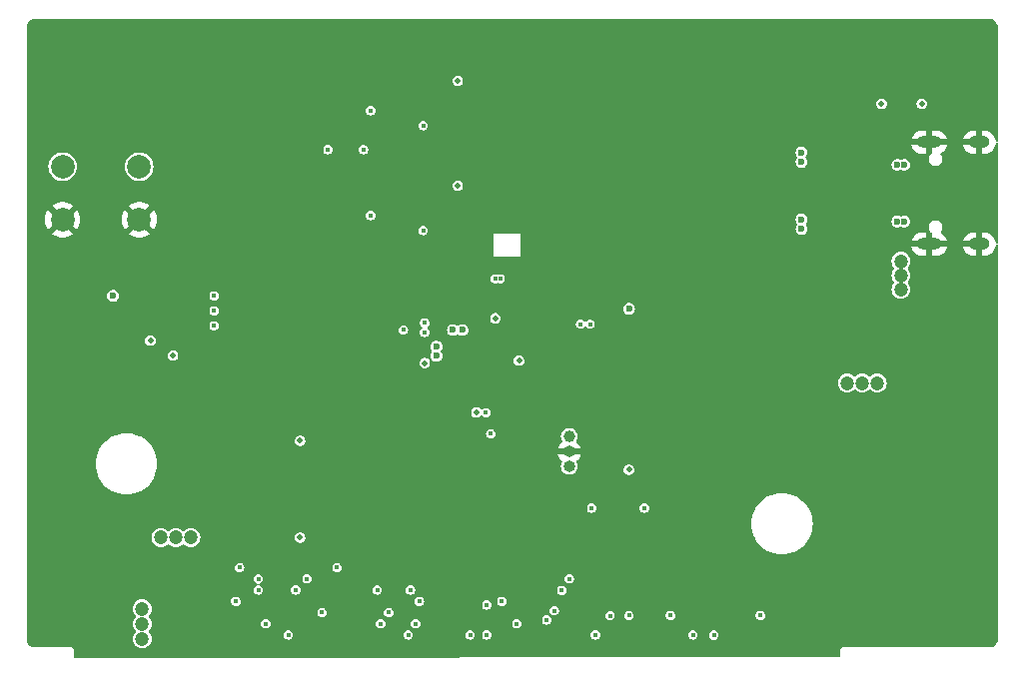
<source format=gbr>
%TF.GenerationSoftware,KiCad,Pcbnew,8.0.5*%
%TF.CreationDate,2024-10-26T01:08:05+02:00*%
%TF.ProjectId,Pico2-MSX,5069636f-322d-44d5-9358-2e6b69636164,0.3*%
%TF.SameCoordinates,Original*%
%TF.FileFunction,Copper,L2,Inr*%
%TF.FilePolarity,Positive*%
%FSLAX46Y46*%
G04 Gerber Fmt 4.6, Leading zero omitted, Abs format (unit mm)*
G04 Created by KiCad (PCBNEW 8.0.5) date 2024-10-26 01:08:05*
%MOMM*%
%LPD*%
G01*
G04 APERTURE LIST*
%TA.AperFunction,ComponentPad*%
%ADD10O,2.100000X1.000000*%
%TD*%
%TA.AperFunction,ComponentPad*%
%ADD11O,1.800000X1.000000*%
%TD*%
%TA.AperFunction,ComponentPad*%
%ADD12C,0.600000*%
%TD*%
%TA.AperFunction,ComponentPad*%
%ADD13C,1.000000*%
%TD*%
%TA.AperFunction,ComponentPad*%
%ADD14O,1.000000X1.000000*%
%TD*%
%TA.AperFunction,ComponentPad*%
%ADD15C,2.000000*%
%TD*%
%TA.AperFunction,ViaPad*%
%ADD16C,0.500000*%
%TD*%
%TA.AperFunction,ViaPad*%
%ADD17C,1.200000*%
%TD*%
%TA.AperFunction,ViaPad*%
%ADD18C,0.400000*%
%TD*%
%TA.AperFunction,ViaPad*%
%ADD19C,0.475000*%
%TD*%
%TA.AperFunction,ViaPad*%
%ADD20C,0.600000*%
%TD*%
G04 APERTURE END LIST*
D10*
%TO.N,GND*%
%TO.C,J2*%
X195897500Y-80634000D03*
D11*
X200097500Y-80634000D03*
D10*
X195897500Y-71994000D03*
D11*
X200097500Y-71994000D03*
%TD*%
D12*
%TO.N,GND*%
%TO.C,U6*%
X155979167Y-89785667D03*
X155979167Y-90919000D03*
X155979167Y-92052333D03*
X157112500Y-89785667D03*
X157112500Y-90919000D03*
X157112500Y-92052333D03*
X158245833Y-89785667D03*
X158245833Y-90919000D03*
X158245833Y-92052333D03*
%TD*%
D13*
%TO.N,/SWCLK*%
%TO.C,J1*%
X165367500Y-96951500D03*
D14*
%TO.N,GND*%
X165367500Y-98221500D03*
%TO.N,/SWD*%
X165367500Y-99491500D03*
%TD*%
D15*
%TO.N,GND*%
%TO.C,SW1*%
X122430000Y-78564000D03*
X128930000Y-78564000D03*
%TO.N,/~{USB_BOOT}*%
X122430000Y-74064000D03*
X128930000Y-74064000D03*
%TD*%
D16*
%TO.N,GND*%
X129872500Y-87552500D03*
D17*
X132982500Y-109651500D03*
D18*
X165312500Y-91294000D03*
D17*
X182151500Y-94631500D03*
D18*
X156512500Y-98519000D03*
D16*
X124152500Y-86282500D03*
X161887500Y-103866500D03*
X154362500Y-62849000D03*
D17*
X182751500Y-90219000D03*
D16*
X154362500Y-71819000D03*
D18*
X165312500Y-87294000D03*
X154512500Y-98519000D03*
X157712500Y-83319000D03*
X148912500Y-90719000D03*
X157802500Y-99119000D03*
X149512500Y-90719000D03*
X164712500Y-90544000D03*
D17*
X136633750Y-112826500D03*
D18*
X154912500Y-82719000D03*
X165312500Y-94809000D03*
D16*
X148540000Y-79489000D03*
D17*
X190302500Y-94631500D03*
D16*
X126062500Y-81832500D03*
D18*
X164712500Y-87294000D03*
X148912500Y-88719000D03*
D16*
X168860000Y-100285250D03*
D19*
X161712500Y-84762750D03*
X161712500Y-83006500D03*
D18*
X164712500Y-94809000D03*
D16*
X145682500Y-100924000D03*
X131420000Y-91997500D03*
D18*
X149512500Y-88719000D03*
D17*
X180751500Y-92419000D03*
D16*
X160187500Y-105166500D03*
D18*
X148912500Y-92719000D03*
X164712500Y-91294000D03*
D19*
X161712500Y-82531500D03*
D18*
X154912500Y-83319000D03*
D16*
X145682500Y-101869000D03*
D18*
X165312500Y-90544000D03*
X157802500Y-98519000D03*
D16*
X135832500Y-102666500D03*
X125102500Y-88467500D03*
D18*
X157712500Y-82719000D03*
X149512500Y-92719000D03*
D16*
X145682500Y-70599000D03*
D17*
X132982500Y-112827500D03*
D18*
X154512500Y-99119000D03*
D19*
X161712500Y-84287750D03*
D16*
X174332500Y-103022500D03*
X137352500Y-103016500D03*
D18*
X156512500Y-99119000D03*
X157887500Y-100766500D03*
D17*
X132982500Y-111239000D03*
D20*
%TO.N,/AUDIO*%
X126697500Y-85012500D03*
D17*
%TO.N,+5V*%
X130760000Y-105525000D03*
X133300000Y-105525000D03*
D16*
X142552500Y-105525000D03*
D17*
X190209000Y-92419000D03*
X132030000Y-105525000D03*
X188939000Y-92419000D03*
X191479000Y-92419000D03*
%TO.N,Net-(D1-A)*%
X129172500Y-114097500D03*
X129172500Y-111557500D03*
X129172500Y-112827500D03*
D18*
%TO.N,/SWD*%
X158712500Y-96719000D03*
%TO.N,/SWCLK*%
X158312500Y-94919000D03*
%TO.N,/~{USB_BOOT}*%
X144920500Y-72631000D03*
D16*
%TO.N,+3V3*%
X129872500Y-88822500D03*
D20*
X156312500Y-87919000D03*
X185052500Y-79356500D03*
D16*
X155912500Y-75679000D03*
X142552500Y-97319000D03*
X170432500Y-99772500D03*
D20*
X185052500Y-72856500D03*
X170432500Y-86119000D03*
D16*
X155912500Y-66789000D03*
D20*
X185052500Y-73669000D03*
X154112500Y-89319000D03*
D18*
X147924500Y-72631000D03*
D20*
X185052500Y-78544000D03*
X155512500Y-87919000D03*
D16*
X131777500Y-90092500D03*
D20*
X154112500Y-90119000D03*
D18*
%TO.N,/SPI0_SCK*%
X151312500Y-87919000D03*
X135270000Y-86282500D03*
%TO.N,+1V1*%
X159512500Y-83569000D03*
D16*
X153112500Y-90719000D03*
X159112500Y-86919000D03*
X161112500Y-90519000D03*
X157512500Y-94919000D03*
D18*
X159112500Y-83569000D03*
%TO.N,/LED2*%
X166325000Y-87419000D03*
D16*
X191837500Y-68731500D03*
%TO.N,/LED1*%
X195250000Y-68731500D03*
D18*
X167137500Y-87419000D03*
D20*
%TO.N,Net-(D3-A)*%
X193183750Y-78714000D03*
D17*
X193483750Y-83281500D03*
X193483750Y-82081500D03*
D20*
X193783750Y-73914000D03*
X193183750Y-73914000D03*
X193783750Y-78714000D03*
D17*
X193483750Y-84481500D03*
D18*
%TO.N,/QSPI_SD0*%
X152985000Y-79489000D03*
X152985000Y-70599000D03*
%TO.N,/QSPI_SD2*%
X148540000Y-78219000D03*
X148540000Y-69329000D03*
%TO.N,/MSX_D3*%
X139650000Y-112826500D03*
%TO.N,/MSX_D7*%
X144412500Y-111875000D03*
%TO.N,/MSX_D6*%
X142190000Y-109970000D03*
X139015000Y-109970000D03*
%TO.N,/MSX_D2*%
X139015000Y-109017500D03*
X143142500Y-109017500D03*
%TO.N,/MSX_D1*%
X137110000Y-110922500D03*
%TO.N,/MSX_D5*%
X141555000Y-113779000D03*
%TO.N,/MSX_D0*%
X145682500Y-108065000D03*
X137427500Y-108065000D03*
%TO.N,/~{WAIT}*%
X177620750Y-113785750D03*
%TO.N,/A11*%
X163462500Y-112510000D03*
%TO.N,/A13*%
X164732500Y-109994000D03*
X156962500Y-113779000D03*
%TO.N,/A12*%
X164097500Y-111715250D03*
%TO.N,/A8*%
X158382500Y-113780000D03*
X158382500Y-111240000D03*
%TO.N,/A9*%
X159652500Y-110921500D03*
%TO.N,/A14*%
X165367500Y-109016500D03*
%TO.N,/~{RESET}*%
X167590000Y-113779000D03*
%TO.N,/~{SLTSL}*%
X173940000Y-112122500D03*
X181560000Y-112122500D03*
%TO.N,/A1*%
X150062500Y-111875000D03*
%TO.N,/A0*%
X149387500Y-112827500D03*
X152350000Y-112827500D03*
%TO.N,/A7*%
X160922500Y-112827500D03*
%TO.N,/A4*%
X149087500Y-109970000D03*
X151912500Y-109970000D03*
%TO.N,/A5*%
X152667500Y-110922500D03*
%TO.N,/A3*%
X151715000Y-113780000D03*
%TO.N,/~{WR}*%
X168825543Y-112140543D03*
%TO.N,/~{M1}*%
X175845000Y-113779500D03*
%TO.N,/~{IORQ_RD}*%
X171732500Y-103022500D03*
X167272500Y-103022500D03*
%TO.N,/SPI0_~{CS}*%
X135270000Y-87552500D03*
X153112500Y-87319000D03*
%TO.N,/SPI0_MOSI*%
X135270000Y-85012500D03*
X153112500Y-88119000D03*
%TO.N,/~{IORQ}*%
X170432500Y-112122500D03*
%TD*%
%TA.AperFunction,Conductor*%
%TO.N,GND*%
G36*
X200997342Y-61530976D02*
G01*
X201119264Y-61542985D01*
X201138294Y-61546770D01*
X201143633Y-61548390D01*
X201250854Y-61580915D01*
X201268785Y-61588342D01*
X201372522Y-61643791D01*
X201388658Y-61654573D01*
X201479583Y-61729193D01*
X201493306Y-61742916D01*
X201567926Y-61833841D01*
X201578708Y-61849977D01*
X201634157Y-61953714D01*
X201641584Y-61971645D01*
X201675728Y-62084203D01*
X201679514Y-62103237D01*
X201691523Y-62225157D01*
X201692000Y-62234861D01*
X201692000Y-71868160D01*
X201673093Y-71926351D01*
X201623593Y-71962315D01*
X201562407Y-71962315D01*
X201512907Y-71926351D01*
X201495902Y-71887474D01*
X201459070Y-71702311D01*
X201459070Y-71702309D01*
X201383691Y-71520326D01*
X201383685Y-71520314D01*
X201274250Y-71356537D01*
X201274247Y-71356533D01*
X201134966Y-71217252D01*
X201134962Y-71217249D01*
X200971185Y-71107814D01*
X200971173Y-71107808D01*
X200789189Y-71032429D01*
X200595993Y-70994000D01*
X200347501Y-70994000D01*
X200347500Y-70994001D01*
X200347500Y-71694000D01*
X199847500Y-71694000D01*
X199847500Y-70994001D01*
X199847499Y-70994000D01*
X199599006Y-70994000D01*
X199405811Y-71032429D01*
X199405809Y-71032429D01*
X199223826Y-71107808D01*
X199223814Y-71107814D01*
X199060037Y-71217249D01*
X199060033Y-71217252D01*
X198920752Y-71356533D01*
X198920749Y-71356537D01*
X198811314Y-71520314D01*
X198811308Y-71520326D01*
X198735931Y-71702304D01*
X198735928Y-71702315D01*
X198727637Y-71744000D01*
X199530512Y-71744000D01*
X199513295Y-71753940D01*
X199457440Y-71809795D01*
X199417944Y-71878204D01*
X199397500Y-71954504D01*
X199397500Y-72033496D01*
X199417944Y-72109796D01*
X199457440Y-72178205D01*
X199513295Y-72234060D01*
X199530512Y-72244000D01*
X198727637Y-72244000D01*
X198735928Y-72285684D01*
X198735931Y-72285695D01*
X198811308Y-72467673D01*
X198811314Y-72467685D01*
X198920749Y-72631462D01*
X198920752Y-72631466D01*
X199060033Y-72770747D01*
X199060037Y-72770750D01*
X199223814Y-72880185D01*
X199223826Y-72880191D01*
X199405810Y-72955570D01*
X199599006Y-72993999D01*
X199599010Y-72994000D01*
X199847499Y-72994000D01*
X199847500Y-72993999D01*
X199847500Y-72294000D01*
X200347500Y-72294000D01*
X200347500Y-72993999D01*
X200347501Y-72994000D01*
X200595990Y-72994000D01*
X200595993Y-72993999D01*
X200789188Y-72955570D01*
X200789190Y-72955570D01*
X200971173Y-72880191D01*
X200971185Y-72880185D01*
X201134962Y-72770750D01*
X201134966Y-72770747D01*
X201274247Y-72631466D01*
X201274250Y-72631462D01*
X201383685Y-72467685D01*
X201383691Y-72467673D01*
X201459070Y-72285690D01*
X201459070Y-72285688D01*
X201495902Y-72100525D01*
X201525799Y-72047141D01*
X201581364Y-72021525D01*
X201641373Y-72033462D01*
X201682906Y-72078392D01*
X201692000Y-72119839D01*
X201692000Y-80508160D01*
X201673093Y-80566351D01*
X201623593Y-80602315D01*
X201562407Y-80602315D01*
X201512907Y-80566351D01*
X201495902Y-80527474D01*
X201459070Y-80342311D01*
X201459070Y-80342309D01*
X201383691Y-80160326D01*
X201383685Y-80160314D01*
X201274250Y-79996537D01*
X201274247Y-79996533D01*
X201134966Y-79857252D01*
X201134962Y-79857249D01*
X200971185Y-79747814D01*
X200971173Y-79747808D01*
X200789189Y-79672429D01*
X200595993Y-79634000D01*
X200347501Y-79634000D01*
X200347500Y-79634001D01*
X200347500Y-80334000D01*
X199847500Y-80334000D01*
X199847500Y-79634001D01*
X199847499Y-79634000D01*
X199599006Y-79634000D01*
X199405811Y-79672429D01*
X199405809Y-79672429D01*
X199223826Y-79747808D01*
X199223814Y-79747814D01*
X199060037Y-79857249D01*
X199060033Y-79857252D01*
X198920752Y-79996533D01*
X198920749Y-79996537D01*
X198811314Y-80160314D01*
X198811308Y-80160326D01*
X198735931Y-80342304D01*
X198735928Y-80342315D01*
X198727637Y-80384000D01*
X199530512Y-80384000D01*
X199513295Y-80393940D01*
X199457440Y-80449795D01*
X199417944Y-80518204D01*
X199397500Y-80594504D01*
X199397500Y-80673496D01*
X199417944Y-80749796D01*
X199457440Y-80818205D01*
X199513295Y-80874060D01*
X199530512Y-80884000D01*
X198727637Y-80884000D01*
X198735928Y-80925684D01*
X198735931Y-80925695D01*
X198811308Y-81107673D01*
X198811314Y-81107685D01*
X198920749Y-81271462D01*
X198920752Y-81271466D01*
X199060033Y-81410747D01*
X199060037Y-81410750D01*
X199223814Y-81520185D01*
X199223826Y-81520191D01*
X199405810Y-81595570D01*
X199599006Y-81633999D01*
X199599010Y-81634000D01*
X199847499Y-81634000D01*
X199847500Y-81633999D01*
X199847500Y-80934000D01*
X200347500Y-80934000D01*
X200347500Y-81633999D01*
X200347501Y-81634000D01*
X200595990Y-81634000D01*
X200595993Y-81633999D01*
X200789188Y-81595570D01*
X200789190Y-81595570D01*
X200971173Y-81520191D01*
X200971185Y-81520185D01*
X201134962Y-81410750D01*
X201134966Y-81410747D01*
X201274247Y-81271466D01*
X201274250Y-81271462D01*
X201383685Y-81107685D01*
X201383691Y-81107673D01*
X201459070Y-80925690D01*
X201459070Y-80925688D01*
X201495902Y-80740525D01*
X201525799Y-80687141D01*
X201581364Y-80661525D01*
X201641373Y-80673462D01*
X201682906Y-80718392D01*
X201692000Y-80759839D01*
X201692000Y-114117638D01*
X201691523Y-114127342D01*
X201679514Y-114249262D01*
X201675728Y-114268296D01*
X201641584Y-114380854D01*
X201634157Y-114398785D01*
X201578708Y-114502522D01*
X201567926Y-114518658D01*
X201493306Y-114609583D01*
X201479583Y-114623306D01*
X201388658Y-114697926D01*
X201372522Y-114708708D01*
X201268785Y-114764157D01*
X201250854Y-114771584D01*
X201138296Y-114805728D01*
X201119263Y-114809514D01*
X201013219Y-114819959D01*
X200997341Y-114821523D01*
X200987639Y-114822000D01*
X188552935Y-114822000D01*
X188476511Y-114842478D01*
X188476507Y-114842480D01*
X188407991Y-114882038D01*
X188352038Y-114937991D01*
X188312480Y-115006507D01*
X188312478Y-115006511D01*
X188292000Y-115082935D01*
X188292000Y-115556991D01*
X188273093Y-115615182D01*
X188223593Y-115651146D01*
X188193186Y-115655991D01*
X123492186Y-115777859D01*
X123433960Y-115759061D01*
X123397903Y-115709629D01*
X123393000Y-115678859D01*
X123393000Y-115082937D01*
X123392999Y-115082935D01*
X123372521Y-115006511D01*
X123372519Y-115006507D01*
X123332961Y-114937991D01*
X123332960Y-114937989D01*
X123277011Y-114882040D01*
X123277008Y-114882038D01*
X123208492Y-114842480D01*
X123208488Y-114842478D01*
X123132064Y-114822000D01*
X123132062Y-114822000D01*
X120097361Y-114822000D01*
X120087657Y-114821523D01*
X119965737Y-114809514D01*
X119946703Y-114805728D01*
X119834145Y-114771584D01*
X119816214Y-114764157D01*
X119712477Y-114708708D01*
X119696341Y-114697926D01*
X119605416Y-114623306D01*
X119591693Y-114609583D01*
X119517073Y-114518658D01*
X119506291Y-114502522D01*
X119450842Y-114398785D01*
X119443415Y-114380854D01*
X119409271Y-114268296D01*
X119405485Y-114249262D01*
X119393477Y-114127342D01*
X119393000Y-114117638D01*
X119393000Y-111557500D01*
X128366935Y-111557500D01*
X128387132Y-111736757D01*
X128387133Y-111736761D01*
X128446711Y-111907022D01*
X128446711Y-111907023D01*
X128542681Y-112059758D01*
X128542685Y-112059763D01*
X128605418Y-112122497D01*
X128633195Y-112177014D01*
X128623623Y-112237446D01*
X128605418Y-112262503D01*
X128542685Y-112325236D01*
X128542681Y-112325241D01*
X128446711Y-112477976D01*
X128446711Y-112477977D01*
X128387133Y-112648238D01*
X128387132Y-112648242D01*
X128366935Y-112827500D01*
X128387132Y-113006757D01*
X128387133Y-113006761D01*
X128446711Y-113177022D01*
X128446711Y-113177023D01*
X128542681Y-113329758D01*
X128542685Y-113329763D01*
X128605418Y-113392497D01*
X128633195Y-113447014D01*
X128623623Y-113507446D01*
X128605418Y-113532503D01*
X128542685Y-113595236D01*
X128542681Y-113595241D01*
X128446711Y-113747976D01*
X128446711Y-113747977D01*
X128387133Y-113918238D01*
X128387132Y-113918242D01*
X128366935Y-114097500D01*
X128387132Y-114276757D01*
X128387133Y-114276761D01*
X128446711Y-114447022D01*
X128446711Y-114447023D01*
X128542681Y-114599758D01*
X128542684Y-114599762D01*
X128670238Y-114727316D01*
X128670240Y-114727317D01*
X128670241Y-114727318D01*
X128820926Y-114822000D01*
X128822978Y-114823289D01*
X128877817Y-114842478D01*
X128993238Y-114882866D01*
X128993242Y-114882867D01*
X128993245Y-114882868D01*
X129172500Y-114903065D01*
X129351755Y-114882868D01*
X129354122Y-114882040D01*
X129367167Y-114877474D01*
X129522022Y-114823289D01*
X129674762Y-114727316D01*
X129802316Y-114599762D01*
X129898289Y-114447022D01*
X129957868Y-114276755D01*
X129978065Y-114097500D01*
X129957868Y-113918245D01*
X129955351Y-113911053D01*
X129911506Y-113785750D01*
X129909144Y-113778999D01*
X141149508Y-113778999D01*
X141149508Y-113779000D01*
X141169354Y-113904303D01*
X141169355Y-113904307D01*
X141176457Y-113918245D01*
X141226950Y-114017342D01*
X141316658Y-114107050D01*
X141429696Y-114164646D01*
X141555000Y-114184492D01*
X141680304Y-114164646D01*
X141793342Y-114107050D01*
X141883050Y-114017342D01*
X141940646Y-113904304D01*
X141960334Y-113780000D01*
X151309508Y-113780000D01*
X151329195Y-113904303D01*
X151329354Y-113905303D01*
X151329355Y-113905307D01*
X151384944Y-114014406D01*
X151386950Y-114018342D01*
X151476658Y-114108050D01*
X151589696Y-114165646D01*
X151715000Y-114185492D01*
X151840304Y-114165646D01*
X151953342Y-114108050D01*
X152043050Y-114018342D01*
X152100646Y-113905304D01*
X152120492Y-113780000D01*
X152120333Y-113778999D01*
X156557008Y-113778999D01*
X156557008Y-113779000D01*
X156576854Y-113904303D01*
X156576855Y-113904307D01*
X156583957Y-113918245D01*
X156634450Y-114017342D01*
X156724158Y-114107050D01*
X156837196Y-114164646D01*
X156962500Y-114184492D01*
X157087804Y-114164646D01*
X157200842Y-114107050D01*
X157290550Y-114017342D01*
X157348146Y-113904304D01*
X157367834Y-113780000D01*
X157977008Y-113780000D01*
X157996695Y-113904303D01*
X157996854Y-113905303D01*
X157996855Y-113905307D01*
X158052444Y-114014406D01*
X158054450Y-114018342D01*
X158144158Y-114108050D01*
X158257196Y-114165646D01*
X158382500Y-114185492D01*
X158507804Y-114165646D01*
X158620842Y-114108050D01*
X158710550Y-114018342D01*
X158768146Y-113905304D01*
X158787992Y-113780000D01*
X158787833Y-113778999D01*
X167184508Y-113778999D01*
X167184508Y-113779000D01*
X167204354Y-113904303D01*
X167204355Y-113904307D01*
X167211457Y-113918245D01*
X167261950Y-114017342D01*
X167351658Y-114107050D01*
X167464696Y-114164646D01*
X167590000Y-114184492D01*
X167715304Y-114164646D01*
X167828342Y-114107050D01*
X167918050Y-114017342D01*
X167975646Y-113904304D01*
X167995413Y-113779499D01*
X175439508Y-113779499D01*
X175439508Y-113779500D01*
X175459354Y-113904803D01*
X175459355Y-113904807D01*
X175514944Y-114013906D01*
X175516950Y-114017842D01*
X175606658Y-114107550D01*
X175719696Y-114165146D01*
X175845000Y-114184992D01*
X175970304Y-114165146D01*
X176083342Y-114107550D01*
X176173050Y-114017842D01*
X176230646Y-113904804D01*
X176249502Y-113785750D01*
X177215258Y-113785750D01*
X177234035Y-113904307D01*
X177235104Y-113911053D01*
X177235105Y-113911057D01*
X177238764Y-113918238D01*
X177292700Y-114024092D01*
X177382408Y-114113800D01*
X177495446Y-114171396D01*
X177620750Y-114191242D01*
X177746054Y-114171396D01*
X177859092Y-114113800D01*
X177948800Y-114024092D01*
X178006396Y-113911054D01*
X178026242Y-113785750D01*
X178006396Y-113660446D01*
X177948800Y-113547408D01*
X177859092Y-113457700D01*
X177846824Y-113451449D01*
X177746057Y-113400105D01*
X177746054Y-113400104D01*
X177620750Y-113380258D01*
X177495446Y-113400104D01*
X177495442Y-113400105D01*
X177382409Y-113457699D01*
X177292699Y-113547409D01*
X177235105Y-113660442D01*
X177235104Y-113660446D01*
X177221241Y-113747977D01*
X177215258Y-113785750D01*
X176249502Y-113785750D01*
X176250492Y-113779500D01*
X176230646Y-113654196D01*
X176173050Y-113541158D01*
X176083342Y-113451450D01*
X176016820Y-113417555D01*
X175970307Y-113393855D01*
X175970304Y-113393854D01*
X175845000Y-113374008D01*
X175719696Y-113393854D01*
X175719692Y-113393855D01*
X175606659Y-113451449D01*
X175516949Y-113541159D01*
X175459355Y-113654192D01*
X175459354Y-113654196D01*
X175439508Y-113779499D01*
X167995413Y-113779499D01*
X167995492Y-113779000D01*
X167975646Y-113653696D01*
X167918050Y-113540658D01*
X167828342Y-113450950D01*
X167820617Y-113447014D01*
X167715307Y-113393355D01*
X167715304Y-113393354D01*
X167590000Y-113373508D01*
X167464696Y-113393354D01*
X167464692Y-113393355D01*
X167351659Y-113450949D01*
X167261949Y-113540659D01*
X167204355Y-113653692D01*
X167204354Y-113653696D01*
X167184508Y-113778999D01*
X158787833Y-113778999D01*
X158782920Y-113747976D01*
X158768146Y-113654696D01*
X158767636Y-113653696D01*
X158713480Y-113547409D01*
X158710550Y-113541658D01*
X158620842Y-113451950D01*
X158611155Y-113447014D01*
X158507807Y-113394355D01*
X158507804Y-113394354D01*
X158382500Y-113374508D01*
X158257196Y-113394354D01*
X158257192Y-113394355D01*
X158144159Y-113451949D01*
X158054449Y-113541659D01*
X157996855Y-113654692D01*
X157996854Y-113654696D01*
X157977167Y-113778999D01*
X157977008Y-113780000D01*
X157367834Y-113780000D01*
X157367992Y-113779000D01*
X157348146Y-113653696D01*
X157290550Y-113540658D01*
X157200842Y-113450950D01*
X157193117Y-113447014D01*
X157087807Y-113393355D01*
X157087804Y-113393354D01*
X156962500Y-113373508D01*
X156837196Y-113393354D01*
X156837192Y-113393355D01*
X156724159Y-113450949D01*
X156634449Y-113540659D01*
X156576855Y-113653692D01*
X156576854Y-113653696D01*
X156557008Y-113778999D01*
X152120333Y-113778999D01*
X152115420Y-113747976D01*
X152100646Y-113654696D01*
X152100136Y-113653696D01*
X152045980Y-113547409D01*
X152043050Y-113541658D01*
X151953342Y-113451950D01*
X151943655Y-113447014D01*
X151840307Y-113394355D01*
X151840304Y-113394354D01*
X151715000Y-113374508D01*
X151589696Y-113394354D01*
X151589692Y-113394355D01*
X151476659Y-113451949D01*
X151386949Y-113541659D01*
X151329355Y-113654692D01*
X151329354Y-113654696D01*
X151309667Y-113778999D01*
X151309508Y-113780000D01*
X141960334Y-113780000D01*
X141960492Y-113779000D01*
X141940646Y-113653696D01*
X141883050Y-113540658D01*
X141793342Y-113450950D01*
X141785617Y-113447014D01*
X141680307Y-113393355D01*
X141680304Y-113393354D01*
X141555000Y-113373508D01*
X141429696Y-113393354D01*
X141429692Y-113393355D01*
X141316659Y-113450949D01*
X141226949Y-113540659D01*
X141169355Y-113653692D01*
X141169354Y-113653696D01*
X141149508Y-113778999D01*
X129909144Y-113778999D01*
X129898289Y-113747978D01*
X129843286Y-113660442D01*
X129802318Y-113595241D01*
X129802317Y-113595240D01*
X129802316Y-113595238D01*
X129739579Y-113532501D01*
X129711804Y-113477987D01*
X129721375Y-113417555D01*
X129739578Y-113392499D01*
X129802316Y-113329762D01*
X129898289Y-113177022D01*
X129957868Y-113006755D01*
X129978065Y-112827500D01*
X129977952Y-112826499D01*
X139244508Y-112826499D01*
X139244508Y-112826500D01*
X139264354Y-112951803D01*
X139264355Y-112951807D01*
X139264865Y-112952807D01*
X139321950Y-113064842D01*
X139411658Y-113154550D01*
X139524696Y-113212146D01*
X139650000Y-113231992D01*
X139775304Y-113212146D01*
X139888342Y-113154550D01*
X139978050Y-113064842D01*
X140035646Y-112951804D01*
X140055334Y-112827500D01*
X148982008Y-112827500D01*
X149001695Y-112951803D01*
X149001854Y-112952803D01*
X149001855Y-112952807D01*
X149057444Y-113061906D01*
X149059450Y-113065842D01*
X149149158Y-113155550D01*
X149262196Y-113213146D01*
X149387500Y-113232992D01*
X149512804Y-113213146D01*
X149625842Y-113155550D01*
X149715550Y-113065842D01*
X149773146Y-112952804D01*
X149792992Y-112827500D01*
X151944508Y-112827500D01*
X151964195Y-112951803D01*
X151964354Y-112952803D01*
X151964355Y-112952807D01*
X152019944Y-113061906D01*
X152021950Y-113065842D01*
X152111658Y-113155550D01*
X152224696Y-113213146D01*
X152350000Y-113232992D01*
X152475304Y-113213146D01*
X152588342Y-113155550D01*
X152678050Y-113065842D01*
X152735646Y-112952804D01*
X152755492Y-112827500D01*
X160517008Y-112827500D01*
X160536695Y-112951803D01*
X160536854Y-112952803D01*
X160536855Y-112952807D01*
X160592444Y-113061906D01*
X160594450Y-113065842D01*
X160684158Y-113155550D01*
X160797196Y-113213146D01*
X160922500Y-113232992D01*
X161047804Y-113213146D01*
X161160842Y-113155550D01*
X161250550Y-113065842D01*
X161308146Y-112952804D01*
X161327992Y-112827500D01*
X161327833Y-112826499D01*
X161325278Y-112810366D01*
X161308146Y-112702196D01*
X161307636Y-112701196D01*
X161274064Y-112635307D01*
X161250550Y-112589158D01*
X161171392Y-112510000D01*
X163057008Y-112510000D01*
X163069545Y-112589159D01*
X163076854Y-112635303D01*
X163076855Y-112635307D01*
X163110426Y-112701192D01*
X163134450Y-112748342D01*
X163224158Y-112838050D01*
X163337196Y-112895646D01*
X163462500Y-112915492D01*
X163587804Y-112895646D01*
X163700842Y-112838050D01*
X163790550Y-112748342D01*
X163848146Y-112635304D01*
X163867992Y-112510000D01*
X163848146Y-112384696D01*
X163790550Y-112271658D01*
X163700842Y-112181950D01*
X163691155Y-112177014D01*
X163619577Y-112140543D01*
X168420051Y-112140543D01*
X168439367Y-112262503D01*
X168439897Y-112265846D01*
X168439898Y-112265850D01*
X168442858Y-112271659D01*
X168497493Y-112378885D01*
X168587201Y-112468593D01*
X168700239Y-112526189D01*
X168825543Y-112546035D01*
X168950847Y-112526189D01*
X169063885Y-112468593D01*
X169153593Y-112378885D01*
X169211189Y-112265847D01*
X169231035Y-112140543D01*
X169228177Y-112122500D01*
X170027008Y-112122500D01*
X170045213Y-112237446D01*
X170046854Y-112247803D01*
X170046855Y-112247807D01*
X170063509Y-112280492D01*
X170104450Y-112360842D01*
X170194158Y-112450550D01*
X170307196Y-112508146D01*
X170432500Y-112527992D01*
X170557804Y-112508146D01*
X170670842Y-112450550D01*
X170760550Y-112360842D01*
X170818146Y-112247804D01*
X170837992Y-112122500D01*
X173534508Y-112122500D01*
X173552713Y-112237446D01*
X173554354Y-112247803D01*
X173554355Y-112247807D01*
X173571009Y-112280492D01*
X173611950Y-112360842D01*
X173701658Y-112450550D01*
X173814696Y-112508146D01*
X173940000Y-112527992D01*
X174065304Y-112508146D01*
X174178342Y-112450550D01*
X174268050Y-112360842D01*
X174325646Y-112247804D01*
X174345492Y-112122500D01*
X181154508Y-112122500D01*
X181172713Y-112237446D01*
X181174354Y-112247803D01*
X181174355Y-112247807D01*
X181191009Y-112280492D01*
X181231950Y-112360842D01*
X181321658Y-112450550D01*
X181434696Y-112508146D01*
X181560000Y-112527992D01*
X181685304Y-112508146D01*
X181798342Y-112450550D01*
X181888050Y-112360842D01*
X181945646Y-112247804D01*
X181965492Y-112122500D01*
X181965491Y-112122496D01*
X181959099Y-112082137D01*
X181945646Y-111997196D01*
X181888050Y-111884158D01*
X181798342Y-111794450D01*
X181794406Y-111792444D01*
X181685307Y-111736855D01*
X181685304Y-111736854D01*
X181560000Y-111717008D01*
X181434696Y-111736854D01*
X181434692Y-111736855D01*
X181321659Y-111794449D01*
X181231949Y-111884159D01*
X181174355Y-111997192D01*
X181174354Y-111997196D01*
X181154509Y-112122496D01*
X181154508Y-112122500D01*
X174345492Y-112122500D01*
X174345491Y-112122496D01*
X174339099Y-112082137D01*
X174325646Y-111997196D01*
X174268050Y-111884158D01*
X174178342Y-111794450D01*
X174174406Y-111792444D01*
X174065307Y-111736855D01*
X174065304Y-111736854D01*
X173940000Y-111717008D01*
X173814696Y-111736854D01*
X173814692Y-111736855D01*
X173701659Y-111794449D01*
X173611949Y-111884159D01*
X173554355Y-111997192D01*
X173554354Y-111997196D01*
X173534509Y-112122496D01*
X173534508Y-112122500D01*
X170837992Y-112122500D01*
X170837991Y-112122496D01*
X170831599Y-112082137D01*
X170818146Y-111997196D01*
X170760550Y-111884158D01*
X170670842Y-111794450D01*
X170666906Y-111792444D01*
X170557807Y-111736855D01*
X170557804Y-111736854D01*
X170432500Y-111717008D01*
X170307196Y-111736854D01*
X170307192Y-111736855D01*
X170194159Y-111794449D01*
X170104449Y-111884159D01*
X170046855Y-111997192D01*
X170046854Y-111997196D01*
X170027009Y-112122496D01*
X170027008Y-112122500D01*
X169228177Y-112122500D01*
X169211189Y-112015239D01*
X169153593Y-111902201D01*
X169063885Y-111812493D01*
X169028472Y-111794449D01*
X168950850Y-111754898D01*
X168950847Y-111754897D01*
X168825543Y-111735051D01*
X168700239Y-111754897D01*
X168700235Y-111754898D01*
X168587202Y-111812492D01*
X168497492Y-111902202D01*
X168439898Y-112015235D01*
X168439897Y-112015239D01*
X168426331Y-112100895D01*
X168420051Y-112140543D01*
X163619577Y-112140543D01*
X163587807Y-112124355D01*
X163587804Y-112124354D01*
X163462500Y-112104508D01*
X163337196Y-112124354D01*
X163337192Y-112124355D01*
X163224159Y-112181949D01*
X163134449Y-112271659D01*
X163076855Y-112384692D01*
X163076854Y-112384696D01*
X163057302Y-112508146D01*
X163057008Y-112510000D01*
X161171392Y-112510000D01*
X161160842Y-112499450D01*
X161118697Y-112477976D01*
X161047807Y-112441855D01*
X161047804Y-112441854D01*
X160922500Y-112422008D01*
X160797196Y-112441854D01*
X160797192Y-112441855D01*
X160684159Y-112499449D01*
X160594449Y-112589159D01*
X160536855Y-112702192D01*
X160536854Y-112702196D01*
X160517167Y-112826499D01*
X160517008Y-112827500D01*
X152755492Y-112827500D01*
X152755333Y-112826499D01*
X152752778Y-112810366D01*
X152735646Y-112702196D01*
X152735136Y-112701196D01*
X152701564Y-112635307D01*
X152678050Y-112589158D01*
X152588342Y-112499450D01*
X152546197Y-112477976D01*
X152475307Y-112441855D01*
X152475304Y-112441854D01*
X152350000Y-112422008D01*
X152224696Y-112441854D01*
X152224692Y-112441855D01*
X152111659Y-112499449D01*
X152021949Y-112589159D01*
X151964355Y-112702192D01*
X151964354Y-112702196D01*
X151944667Y-112826499D01*
X151944508Y-112827500D01*
X149792992Y-112827500D01*
X149792833Y-112826499D01*
X149790278Y-112810366D01*
X149773146Y-112702196D01*
X149772636Y-112701196D01*
X149739064Y-112635307D01*
X149715550Y-112589158D01*
X149625842Y-112499450D01*
X149583697Y-112477976D01*
X149512807Y-112441855D01*
X149512804Y-112441854D01*
X149387500Y-112422008D01*
X149262196Y-112441854D01*
X149262192Y-112441855D01*
X149149159Y-112499449D01*
X149059449Y-112589159D01*
X149001855Y-112702192D01*
X149001854Y-112702196D01*
X148982167Y-112826499D01*
X148982008Y-112827500D01*
X140055334Y-112827500D01*
X140055492Y-112826500D01*
X140035646Y-112701196D01*
X139978050Y-112588158D01*
X139888342Y-112498450D01*
X139829745Y-112468593D01*
X139775307Y-112440855D01*
X139775304Y-112440854D01*
X139650000Y-112421008D01*
X139524696Y-112440854D01*
X139524692Y-112440855D01*
X139411659Y-112498449D01*
X139321949Y-112588159D01*
X139264355Y-112701192D01*
X139264354Y-112701196D01*
X139244508Y-112826499D01*
X129977952Y-112826499D01*
X129957868Y-112648245D01*
X129953339Y-112635303D01*
X129922103Y-112546035D01*
X129898289Y-112477978D01*
X129875591Y-112441855D01*
X129802318Y-112325241D01*
X129802317Y-112325240D01*
X129802316Y-112325238D01*
X129739579Y-112262501D01*
X129711804Y-112207987D01*
X129721375Y-112147555D01*
X129739578Y-112122499D01*
X129802316Y-112059762D01*
X129898289Y-111907022D01*
X129909494Y-111874999D01*
X144007008Y-111874999D01*
X144007008Y-111875000D01*
X144026854Y-112000303D01*
X144026855Y-112000307D01*
X144057150Y-112059763D01*
X144084450Y-112113342D01*
X144174158Y-112203050D01*
X144287196Y-112260646D01*
X144412500Y-112280492D01*
X144537804Y-112260646D01*
X144650842Y-112203050D01*
X144740550Y-112113342D01*
X144798146Y-112000304D01*
X144817992Y-111875000D01*
X144817992Y-111874999D01*
X149657008Y-111874999D01*
X149657008Y-111875000D01*
X149676854Y-112000303D01*
X149676855Y-112000307D01*
X149707150Y-112059763D01*
X149734450Y-112113342D01*
X149824158Y-112203050D01*
X149937196Y-112260646D01*
X150062500Y-112280492D01*
X150187804Y-112260646D01*
X150300842Y-112203050D01*
X150390550Y-112113342D01*
X150448146Y-112000304D01*
X150467992Y-111875000D01*
X150448146Y-111749696D01*
X150430595Y-111715250D01*
X163692008Y-111715250D01*
X163707409Y-111812492D01*
X163711854Y-111840553D01*
X163711855Y-111840557D01*
X163729405Y-111875000D01*
X163769450Y-111953592D01*
X163859158Y-112043300D01*
X163972196Y-112100896D01*
X164097500Y-112120742D01*
X164222804Y-112100896D01*
X164335842Y-112043300D01*
X164425550Y-111953592D01*
X164483146Y-111840554D01*
X164502992Y-111715250D01*
X164483146Y-111589946D01*
X164425550Y-111476908D01*
X164335842Y-111387200D01*
X164292867Y-111365303D01*
X164222807Y-111329605D01*
X164222804Y-111329604D01*
X164097500Y-111309758D01*
X163972196Y-111329604D01*
X163972192Y-111329605D01*
X163859159Y-111387199D01*
X163769449Y-111476909D01*
X163711855Y-111589942D01*
X163711854Y-111589946D01*
X163692008Y-111715250D01*
X150430595Y-111715250D01*
X150390550Y-111636658D01*
X150300842Y-111546950D01*
X150296906Y-111544944D01*
X150187807Y-111489355D01*
X150187804Y-111489354D01*
X150062500Y-111469508D01*
X149937196Y-111489354D01*
X149937192Y-111489355D01*
X149824159Y-111546949D01*
X149734449Y-111636659D01*
X149676855Y-111749692D01*
X149676854Y-111749696D01*
X149657008Y-111874999D01*
X144817992Y-111874999D01*
X144798146Y-111749696D01*
X144740550Y-111636658D01*
X144650842Y-111546950D01*
X144646906Y-111544944D01*
X144537807Y-111489355D01*
X144537804Y-111489354D01*
X144412500Y-111469508D01*
X144287196Y-111489354D01*
X144287192Y-111489355D01*
X144174159Y-111546949D01*
X144084449Y-111636659D01*
X144026855Y-111749692D01*
X144026854Y-111749696D01*
X144007008Y-111874999D01*
X129909494Y-111874999D01*
X129957868Y-111736755D01*
X129978065Y-111557500D01*
X129957868Y-111378245D01*
X129953339Y-111365303D01*
X129932989Y-111307144D01*
X129898289Y-111207978D01*
X129868671Y-111160842D01*
X129802318Y-111055241D01*
X129802317Y-111055240D01*
X129802316Y-111055238D01*
X129674762Y-110927684D01*
X129674759Y-110927682D01*
X129674758Y-110927681D01*
X129666513Y-110922500D01*
X136704508Y-110922500D01*
X136724195Y-111046803D01*
X136724354Y-111047803D01*
X136724355Y-111047807D01*
X136728143Y-111055241D01*
X136781950Y-111160842D01*
X136871658Y-111250550D01*
X136984696Y-111308146D01*
X137110000Y-111327992D01*
X137235304Y-111308146D01*
X137348342Y-111250550D01*
X137438050Y-111160842D01*
X137495646Y-111047804D01*
X137515492Y-110922500D01*
X152262008Y-110922500D01*
X152281695Y-111046803D01*
X152281854Y-111047803D01*
X152281855Y-111047807D01*
X152285643Y-111055241D01*
X152339450Y-111160842D01*
X152429158Y-111250550D01*
X152542196Y-111308146D01*
X152667500Y-111327992D01*
X152792804Y-111308146D01*
X152905842Y-111250550D01*
X152916392Y-111240000D01*
X157977008Y-111240000D01*
X157990944Y-111327992D01*
X157996854Y-111365303D01*
X157996855Y-111365307D01*
X158049949Y-111469508D01*
X158054450Y-111478342D01*
X158144158Y-111568050D01*
X158257196Y-111625646D01*
X158382500Y-111645492D01*
X158507804Y-111625646D01*
X158620842Y-111568050D01*
X158710550Y-111478342D01*
X158768146Y-111365304D01*
X158787992Y-111240000D01*
X158768146Y-111114696D01*
X158710550Y-111001658D01*
X158630391Y-110921499D01*
X159247008Y-110921499D01*
X159247008Y-110921500D01*
X159266854Y-111046803D01*
X159266855Y-111046807D01*
X159301445Y-111114692D01*
X159324450Y-111159842D01*
X159414158Y-111249550D01*
X159527196Y-111307146D01*
X159652500Y-111326992D01*
X159777804Y-111307146D01*
X159890842Y-111249550D01*
X159980550Y-111159842D01*
X160038146Y-111046804D01*
X160057992Y-110921500D01*
X160056479Y-110911950D01*
X160047357Y-110854354D01*
X160038146Y-110796196D01*
X159980550Y-110683158D01*
X159890842Y-110593450D01*
X159886906Y-110591444D01*
X159777807Y-110535855D01*
X159777804Y-110535854D01*
X159652500Y-110516008D01*
X159527196Y-110535854D01*
X159527192Y-110535855D01*
X159414159Y-110593449D01*
X159324449Y-110683159D01*
X159266855Y-110796192D01*
X159266854Y-110796196D01*
X159247008Y-110921499D01*
X158630391Y-110921499D01*
X158620842Y-110911950D01*
X158616906Y-110909944D01*
X158507807Y-110854355D01*
X158507804Y-110854354D01*
X158382500Y-110834508D01*
X158257196Y-110854354D01*
X158257192Y-110854355D01*
X158144159Y-110911949D01*
X158054449Y-111001659D01*
X157996855Y-111114692D01*
X157996854Y-111114696D01*
X157977008Y-111240000D01*
X152916392Y-111240000D01*
X152995550Y-111160842D01*
X153053146Y-111047804D01*
X153072992Y-110922500D01*
X153072833Y-110921499D01*
X153062199Y-110854355D01*
X153053146Y-110797196D01*
X153052636Y-110796196D01*
X153030084Y-110751935D01*
X152995550Y-110684158D01*
X152905842Y-110594450D01*
X152901906Y-110592444D01*
X152792807Y-110536855D01*
X152792804Y-110536854D01*
X152667500Y-110517008D01*
X152542196Y-110536854D01*
X152542192Y-110536855D01*
X152429159Y-110594449D01*
X152339449Y-110684159D01*
X152281855Y-110797192D01*
X152281854Y-110797196D01*
X152262167Y-110921499D01*
X152262008Y-110922500D01*
X137515492Y-110922500D01*
X137515333Y-110921499D01*
X137504699Y-110854355D01*
X137495646Y-110797196D01*
X137495136Y-110796196D01*
X137472584Y-110751935D01*
X137438050Y-110684158D01*
X137348342Y-110594450D01*
X137344406Y-110592444D01*
X137235307Y-110536855D01*
X137235304Y-110536854D01*
X137110000Y-110517008D01*
X136984696Y-110536854D01*
X136984692Y-110536855D01*
X136871659Y-110594449D01*
X136781949Y-110684159D01*
X136724355Y-110797192D01*
X136724354Y-110797196D01*
X136704667Y-110921499D01*
X136704508Y-110922500D01*
X129666513Y-110922500D01*
X129522023Y-110831711D01*
X129351761Y-110772133D01*
X129351757Y-110772132D01*
X129172500Y-110751935D01*
X128993242Y-110772132D01*
X128993238Y-110772133D01*
X128822977Y-110831711D01*
X128822976Y-110831711D01*
X128670241Y-110927681D01*
X128542681Y-111055241D01*
X128446711Y-111207976D01*
X128446711Y-111207977D01*
X128387133Y-111378238D01*
X128387132Y-111378242D01*
X128366935Y-111557500D01*
X119393000Y-111557500D01*
X119393000Y-109017500D01*
X138609508Y-109017500D01*
X138629195Y-109141803D01*
X138629354Y-109142803D01*
X138629355Y-109142807D01*
X138684944Y-109251906D01*
X138686950Y-109255842D01*
X138776658Y-109345550D01*
X138825094Y-109370229D01*
X138894395Y-109405541D01*
X138937659Y-109448806D01*
X138947230Y-109509238D01*
X138919452Y-109563754D01*
X138894395Y-109581959D01*
X138776659Y-109641949D01*
X138686949Y-109731659D01*
X138629355Y-109844692D01*
X138629354Y-109844696D01*
X138609508Y-109969999D01*
X138609508Y-109970000D01*
X138629354Y-110095303D01*
X138629355Y-110095307D01*
X138641584Y-110119307D01*
X138686950Y-110208342D01*
X138776658Y-110298050D01*
X138889696Y-110355646D01*
X139015000Y-110375492D01*
X139140304Y-110355646D01*
X139253342Y-110298050D01*
X139343050Y-110208342D01*
X139400646Y-110095304D01*
X139420492Y-109970000D01*
X139420492Y-109969999D01*
X141784508Y-109969999D01*
X141784508Y-109970000D01*
X141804354Y-110095303D01*
X141804355Y-110095307D01*
X141816584Y-110119307D01*
X141861950Y-110208342D01*
X141951658Y-110298050D01*
X142064696Y-110355646D01*
X142190000Y-110375492D01*
X142315304Y-110355646D01*
X142428342Y-110298050D01*
X142518050Y-110208342D01*
X142575646Y-110095304D01*
X142595492Y-109970000D01*
X142595492Y-109969999D01*
X148682008Y-109969999D01*
X148682008Y-109970000D01*
X148701854Y-110095303D01*
X148701855Y-110095307D01*
X148714084Y-110119307D01*
X148759450Y-110208342D01*
X148849158Y-110298050D01*
X148962196Y-110355646D01*
X149087500Y-110375492D01*
X149212804Y-110355646D01*
X149325842Y-110298050D01*
X149415550Y-110208342D01*
X149473146Y-110095304D01*
X149492992Y-109970000D01*
X149492992Y-109969999D01*
X151507008Y-109969999D01*
X151507008Y-109970000D01*
X151526854Y-110095303D01*
X151526855Y-110095307D01*
X151539084Y-110119307D01*
X151584450Y-110208342D01*
X151674158Y-110298050D01*
X151787196Y-110355646D01*
X151912500Y-110375492D01*
X152037804Y-110355646D01*
X152150842Y-110298050D01*
X152240550Y-110208342D01*
X152298146Y-110095304D01*
X152314191Y-109993999D01*
X164327008Y-109993999D01*
X164327008Y-109994000D01*
X164346854Y-110119303D01*
X164346855Y-110119307D01*
X164392220Y-110208340D01*
X164404450Y-110232342D01*
X164494158Y-110322050D01*
X164607196Y-110379646D01*
X164732500Y-110399492D01*
X164857804Y-110379646D01*
X164970842Y-110322050D01*
X165060550Y-110232342D01*
X165118146Y-110119304D01*
X165137992Y-109994000D01*
X165118146Y-109868696D01*
X165060550Y-109755658D01*
X164970842Y-109665950D01*
X164923738Y-109641949D01*
X164857807Y-109608355D01*
X164857804Y-109608354D01*
X164732500Y-109588508D01*
X164607196Y-109608354D01*
X164607192Y-109608355D01*
X164494159Y-109665949D01*
X164404449Y-109755659D01*
X164346855Y-109868692D01*
X164346854Y-109868696D01*
X164327008Y-109993999D01*
X152314191Y-109993999D01*
X152317992Y-109970000D01*
X152298146Y-109844696D01*
X152240550Y-109731658D01*
X152150842Y-109641950D01*
X152146906Y-109639944D01*
X152037807Y-109584355D01*
X152037804Y-109584354D01*
X151912500Y-109564508D01*
X151787196Y-109584354D01*
X151787192Y-109584355D01*
X151674159Y-109641949D01*
X151584449Y-109731659D01*
X151526855Y-109844692D01*
X151526854Y-109844696D01*
X151507008Y-109969999D01*
X149492992Y-109969999D01*
X149473146Y-109844696D01*
X149415550Y-109731658D01*
X149325842Y-109641950D01*
X149321906Y-109639944D01*
X149212807Y-109584355D01*
X149212804Y-109584354D01*
X149087500Y-109564508D01*
X148962196Y-109584354D01*
X148962192Y-109584355D01*
X148849159Y-109641949D01*
X148759449Y-109731659D01*
X148701855Y-109844692D01*
X148701854Y-109844696D01*
X148682008Y-109969999D01*
X142595492Y-109969999D01*
X142575646Y-109844696D01*
X142518050Y-109731658D01*
X142428342Y-109641950D01*
X142424406Y-109639944D01*
X142315307Y-109584355D01*
X142315304Y-109584354D01*
X142190000Y-109564508D01*
X142064696Y-109584354D01*
X142064692Y-109584355D01*
X141951659Y-109641949D01*
X141861949Y-109731659D01*
X141804355Y-109844692D01*
X141804354Y-109844696D01*
X141784508Y-109969999D01*
X139420492Y-109969999D01*
X139400646Y-109844696D01*
X139343050Y-109731658D01*
X139253342Y-109641950D01*
X139243934Y-109637156D01*
X139135604Y-109581959D01*
X139092340Y-109538695D01*
X139082769Y-109478262D01*
X139110547Y-109423746D01*
X139135604Y-109405541D01*
X139156468Y-109394909D01*
X139253342Y-109345550D01*
X139343050Y-109255842D01*
X139400646Y-109142804D01*
X139420492Y-109017500D01*
X142737008Y-109017500D01*
X142756695Y-109141803D01*
X142756854Y-109142803D01*
X142756855Y-109142807D01*
X142812444Y-109251906D01*
X142814450Y-109255842D01*
X142904158Y-109345550D01*
X143017196Y-109403146D01*
X143142500Y-109422992D01*
X143267804Y-109403146D01*
X143380842Y-109345550D01*
X143470550Y-109255842D01*
X143528146Y-109142804D01*
X143547992Y-109017500D01*
X143547833Y-109016499D01*
X164962008Y-109016499D01*
X164962008Y-109016500D01*
X164981854Y-109141803D01*
X164981855Y-109141807D01*
X164982365Y-109142807D01*
X165039450Y-109254842D01*
X165129158Y-109344550D01*
X165242196Y-109402146D01*
X165367500Y-109421992D01*
X165492804Y-109402146D01*
X165605842Y-109344550D01*
X165695550Y-109254842D01*
X165753146Y-109141804D01*
X165772992Y-109016500D01*
X165753146Y-108891196D01*
X165695550Y-108778158D01*
X165605842Y-108688450D01*
X165601906Y-108686444D01*
X165492807Y-108630855D01*
X165492804Y-108630854D01*
X165367500Y-108611008D01*
X165242196Y-108630854D01*
X165242192Y-108630855D01*
X165129159Y-108688449D01*
X165039449Y-108778159D01*
X164981855Y-108891192D01*
X164981854Y-108891196D01*
X164962008Y-109016499D01*
X143547833Y-109016499D01*
X143545278Y-109000366D01*
X143528146Y-108892196D01*
X143527636Y-108891196D01*
X143524135Y-108884325D01*
X143470550Y-108779158D01*
X143380842Y-108689450D01*
X143376906Y-108687444D01*
X143267807Y-108631855D01*
X143267804Y-108631854D01*
X143142500Y-108612008D01*
X143017196Y-108631854D01*
X143017192Y-108631855D01*
X142904159Y-108689449D01*
X142814449Y-108779159D01*
X142756855Y-108892192D01*
X142756854Y-108892196D01*
X142737167Y-109016499D01*
X142737008Y-109017500D01*
X139420492Y-109017500D01*
X139420333Y-109016499D01*
X139417778Y-109000366D01*
X139400646Y-108892196D01*
X139400136Y-108891196D01*
X139396635Y-108884325D01*
X139343050Y-108779158D01*
X139253342Y-108689450D01*
X139249406Y-108687444D01*
X139140307Y-108631855D01*
X139140304Y-108631854D01*
X139015000Y-108612008D01*
X138889696Y-108631854D01*
X138889692Y-108631855D01*
X138776659Y-108689449D01*
X138686949Y-108779159D01*
X138629355Y-108892192D01*
X138629354Y-108892196D01*
X138609667Y-109016499D01*
X138609508Y-109017500D01*
X119393000Y-109017500D01*
X119393000Y-108064999D01*
X137022008Y-108064999D01*
X137022008Y-108065000D01*
X137041854Y-108190303D01*
X137041855Y-108190307D01*
X137097444Y-108299406D01*
X137099450Y-108303342D01*
X137189158Y-108393050D01*
X137302196Y-108450646D01*
X137427500Y-108470492D01*
X137552804Y-108450646D01*
X137665842Y-108393050D01*
X137755550Y-108303342D01*
X137813146Y-108190304D01*
X137832992Y-108065000D01*
X137832992Y-108064999D01*
X145277008Y-108064999D01*
X145277008Y-108065000D01*
X145296854Y-108190303D01*
X145296855Y-108190307D01*
X145352444Y-108299406D01*
X145354450Y-108303342D01*
X145444158Y-108393050D01*
X145557196Y-108450646D01*
X145682500Y-108470492D01*
X145807804Y-108450646D01*
X145920842Y-108393050D01*
X146010550Y-108303342D01*
X146068146Y-108190304D01*
X146087992Y-108065000D01*
X146068146Y-107939696D01*
X146010550Y-107826658D01*
X145920842Y-107736950D01*
X145916906Y-107734944D01*
X145807807Y-107679355D01*
X145807804Y-107679354D01*
X145682500Y-107659508D01*
X145557196Y-107679354D01*
X145557192Y-107679355D01*
X145444159Y-107736949D01*
X145354449Y-107826659D01*
X145296855Y-107939692D01*
X145296854Y-107939696D01*
X145277008Y-108064999D01*
X137832992Y-108064999D01*
X137813146Y-107939696D01*
X137755550Y-107826658D01*
X137665842Y-107736950D01*
X137661906Y-107734944D01*
X137552807Y-107679355D01*
X137552804Y-107679354D01*
X137427500Y-107659508D01*
X137302196Y-107679354D01*
X137302192Y-107679355D01*
X137189159Y-107736949D01*
X137099449Y-107826659D01*
X137041855Y-107939692D01*
X137041854Y-107939696D01*
X137022008Y-108064999D01*
X119393000Y-108064999D01*
X119393000Y-105525000D01*
X129954435Y-105525000D01*
X129974632Y-105704257D01*
X129974633Y-105704261D01*
X130034211Y-105874522D01*
X130034211Y-105874523D01*
X130130181Y-106027258D01*
X130130184Y-106027262D01*
X130257738Y-106154816D01*
X130410478Y-106250789D01*
X130465397Y-106270006D01*
X130580738Y-106310366D01*
X130580742Y-106310367D01*
X130580745Y-106310368D01*
X130760000Y-106330565D01*
X130939255Y-106310368D01*
X131109522Y-106250789D01*
X131262262Y-106154816D01*
X131324998Y-106092079D01*
X131379513Y-106064304D01*
X131439945Y-106073875D01*
X131465000Y-106092078D01*
X131527738Y-106154816D01*
X131680478Y-106250789D01*
X131735397Y-106270006D01*
X131850738Y-106310366D01*
X131850742Y-106310367D01*
X131850745Y-106310368D01*
X132030000Y-106330565D01*
X132209255Y-106310368D01*
X132379522Y-106250789D01*
X132532262Y-106154816D01*
X132594998Y-106092079D01*
X132649513Y-106064304D01*
X132709945Y-106073875D01*
X132735000Y-106092078D01*
X132797738Y-106154816D01*
X132950478Y-106250789D01*
X133005397Y-106270006D01*
X133120738Y-106310366D01*
X133120742Y-106310367D01*
X133120745Y-106310368D01*
X133300000Y-106330565D01*
X133479255Y-106310368D01*
X133649522Y-106250789D01*
X133802262Y-106154816D01*
X133929816Y-106027262D01*
X134025789Y-105874522D01*
X134085368Y-105704255D01*
X134105565Y-105525000D01*
X134105565Y-105524997D01*
X142097367Y-105524997D01*
X142097367Y-105525002D01*
X142115802Y-105653225D01*
X142139107Y-105704255D01*
X142169618Y-105771063D01*
X142221945Y-105831452D01*
X142254452Y-105868968D01*
X142263096Y-105874523D01*
X142363431Y-105939004D01*
X142487728Y-105975500D01*
X142487730Y-105975500D01*
X142617270Y-105975500D01*
X142617272Y-105975500D01*
X142741569Y-105939004D01*
X142850549Y-105868967D01*
X142935382Y-105771063D01*
X142989197Y-105653226D01*
X142995342Y-105610484D01*
X143007633Y-105525002D01*
X143007633Y-105524997D01*
X142989197Y-105396774D01*
X142935382Y-105278937D01*
X142850549Y-105181033D01*
X142850548Y-105181032D01*
X142850547Y-105181031D01*
X142741573Y-105110998D01*
X142741570Y-105110996D01*
X142741569Y-105110996D01*
X142741566Y-105110995D01*
X142617274Y-105074500D01*
X142617272Y-105074500D01*
X142487728Y-105074500D01*
X142487725Y-105074500D01*
X142363433Y-105110995D01*
X142363426Y-105110998D01*
X142254452Y-105181031D01*
X142169617Y-105278938D01*
X142115802Y-105396774D01*
X142097367Y-105524997D01*
X134105565Y-105524997D01*
X134085368Y-105345745D01*
X134025789Y-105175478D01*
X133985273Y-105110998D01*
X133929818Y-105022741D01*
X133929817Y-105022740D01*
X133929816Y-105022738D01*
X133802262Y-104895184D01*
X133802259Y-104895182D01*
X133802258Y-104895181D01*
X133649523Y-104799211D01*
X133479261Y-104739633D01*
X133479257Y-104739632D01*
X133300000Y-104719435D01*
X133120742Y-104739632D01*
X133120738Y-104739633D01*
X132950477Y-104799211D01*
X132950476Y-104799211D01*
X132797741Y-104895181D01*
X132797736Y-104895185D01*
X132735003Y-104957918D01*
X132680486Y-104985695D01*
X132620054Y-104976123D01*
X132594997Y-104957918D01*
X132532263Y-104895185D01*
X132532258Y-104895181D01*
X132379523Y-104799211D01*
X132209261Y-104739633D01*
X132209257Y-104739632D01*
X132030000Y-104719435D01*
X131850742Y-104739632D01*
X131850738Y-104739633D01*
X131680477Y-104799211D01*
X131680476Y-104799211D01*
X131527741Y-104895181D01*
X131527736Y-104895185D01*
X131465003Y-104957918D01*
X131410486Y-104985695D01*
X131350054Y-104976123D01*
X131324997Y-104957918D01*
X131262263Y-104895185D01*
X131262258Y-104895181D01*
X131109523Y-104799211D01*
X130939261Y-104739633D01*
X130939257Y-104739632D01*
X130760000Y-104719435D01*
X130580742Y-104739632D01*
X130580738Y-104739633D01*
X130410477Y-104799211D01*
X130410476Y-104799211D01*
X130257741Y-104895181D01*
X130130181Y-105022741D01*
X130034211Y-105175476D01*
X130034211Y-105175477D01*
X129974633Y-105345738D01*
X129974632Y-105345742D01*
X129954435Y-105525000D01*
X119393000Y-105525000D01*
X119393000Y-104351493D01*
X180792247Y-104351493D01*
X180792247Y-104351506D01*
X180811240Y-104665518D01*
X180811243Y-104665540D01*
X180867950Y-104974977D01*
X180961546Y-105275336D01*
X180993235Y-105345745D01*
X181090663Y-105562221D01*
X181090667Y-105562229D01*
X181090671Y-105562235D01*
X181253410Y-105831438D01*
X181253414Y-105831444D01*
X181253419Y-105831452D01*
X181447440Y-106079102D01*
X181669898Y-106301560D01*
X181917548Y-106495581D01*
X182186779Y-106658337D01*
X182473665Y-106787454D01*
X182774022Y-106881049D01*
X183083459Y-106937756D01*
X183083463Y-106937756D01*
X183083471Y-106937758D01*
X183083475Y-106937758D01*
X183083481Y-106937759D01*
X183397494Y-106956753D01*
X183397500Y-106956753D01*
X183397506Y-106956753D01*
X183711518Y-106937759D01*
X183711522Y-106937758D01*
X183711529Y-106937758D01*
X184020978Y-106881049D01*
X184321335Y-106787454D01*
X184608221Y-106658337D01*
X184877452Y-106495581D01*
X185125102Y-106301560D01*
X185347560Y-106079102D01*
X185541581Y-105831452D01*
X185704337Y-105562221D01*
X185833454Y-105275335D01*
X185927049Y-104974978D01*
X185983758Y-104665529D01*
X186002753Y-104351500D01*
X185983758Y-104037471D01*
X185927049Y-103728022D01*
X185833454Y-103427665D01*
X185704337Y-103140779D01*
X185541581Y-102871548D01*
X185347560Y-102623898D01*
X185125102Y-102401440D01*
X184877452Y-102207419D01*
X184877444Y-102207414D01*
X184877438Y-102207410D01*
X184608235Y-102044671D01*
X184608229Y-102044667D01*
X184608221Y-102044663D01*
X184536342Y-102012312D01*
X184321336Y-101915546D01*
X184020976Y-101821950D01*
X184020977Y-101821950D01*
X183711540Y-101765243D01*
X183711518Y-101765240D01*
X183397506Y-101746247D01*
X183397494Y-101746247D01*
X183083481Y-101765240D01*
X183083459Y-101765243D01*
X182774022Y-101821950D01*
X182473663Y-101915546D01*
X182186785Y-102044660D01*
X182186764Y-102044671D01*
X181917561Y-102207410D01*
X181917542Y-102207423D01*
X181669904Y-102401435D01*
X181669901Y-102401437D01*
X181447437Y-102623901D01*
X181447435Y-102623904D01*
X181253423Y-102871542D01*
X181253410Y-102871561D01*
X181090671Y-103140764D01*
X181090660Y-103140785D01*
X180961546Y-103427663D01*
X180867950Y-103728022D01*
X180811243Y-104037459D01*
X180811240Y-104037481D01*
X180792247Y-104351493D01*
X119393000Y-104351493D01*
X119393000Y-103022500D01*
X166867008Y-103022500D01*
X166885741Y-103140779D01*
X166886854Y-103147803D01*
X166886855Y-103147807D01*
X166942444Y-103256906D01*
X166944450Y-103260842D01*
X167034158Y-103350550D01*
X167147196Y-103408146D01*
X167272500Y-103427992D01*
X167397804Y-103408146D01*
X167510842Y-103350550D01*
X167600550Y-103260842D01*
X167658146Y-103147804D01*
X167677992Y-103022500D01*
X171327008Y-103022500D01*
X171345741Y-103140779D01*
X171346854Y-103147803D01*
X171346855Y-103147807D01*
X171402444Y-103256906D01*
X171404450Y-103260842D01*
X171494158Y-103350550D01*
X171607196Y-103408146D01*
X171732500Y-103427992D01*
X171857804Y-103408146D01*
X171970842Y-103350550D01*
X172060550Y-103260842D01*
X172118146Y-103147804D01*
X172137992Y-103022500D01*
X172118146Y-102897196D01*
X172060550Y-102784158D01*
X171970842Y-102694450D01*
X171966906Y-102692444D01*
X171857807Y-102636855D01*
X171857804Y-102636854D01*
X171732500Y-102617008D01*
X171607196Y-102636854D01*
X171607192Y-102636855D01*
X171494159Y-102694449D01*
X171404449Y-102784159D01*
X171346855Y-102897192D01*
X171346854Y-102897196D01*
X171327008Y-103022500D01*
X167677992Y-103022500D01*
X167658146Y-102897196D01*
X167600550Y-102784158D01*
X167510842Y-102694450D01*
X167506906Y-102692444D01*
X167397807Y-102636855D01*
X167397804Y-102636854D01*
X167272500Y-102617008D01*
X167147196Y-102636854D01*
X167147192Y-102636855D01*
X167034159Y-102694449D01*
X166944449Y-102784159D01*
X166886855Y-102897192D01*
X166886854Y-102897196D01*
X166867008Y-103022500D01*
X119393000Y-103022500D01*
X119393000Y-99271493D01*
X125232247Y-99271493D01*
X125232247Y-99271506D01*
X125251240Y-99585518D01*
X125251243Y-99585540D01*
X125307950Y-99894977D01*
X125401546Y-100195336D01*
X125413997Y-100223000D01*
X125530663Y-100482221D01*
X125530667Y-100482229D01*
X125530671Y-100482235D01*
X125693410Y-100751438D01*
X125693414Y-100751444D01*
X125693419Y-100751452D01*
X125887440Y-100999102D01*
X126109898Y-101221560D01*
X126357548Y-101415581D01*
X126626779Y-101578337D01*
X126913665Y-101707454D01*
X127214022Y-101801049D01*
X127523459Y-101857756D01*
X127523463Y-101857756D01*
X127523471Y-101857758D01*
X127523475Y-101857758D01*
X127523481Y-101857759D01*
X127837494Y-101876753D01*
X127837500Y-101876753D01*
X127837506Y-101876753D01*
X128151518Y-101857759D01*
X128151522Y-101857758D01*
X128151529Y-101857758D01*
X128460978Y-101801049D01*
X128761335Y-101707454D01*
X129048221Y-101578337D01*
X129317452Y-101415581D01*
X129565102Y-101221560D01*
X129787560Y-100999102D01*
X129981581Y-100751452D01*
X130144337Y-100482221D01*
X130273454Y-100195335D01*
X130367049Y-99894978D01*
X130423758Y-99585529D01*
X130425541Y-99556059D01*
X130442753Y-99271506D01*
X130442753Y-99271493D01*
X130423759Y-98957481D01*
X130423756Y-98957459D01*
X130367049Y-98648022D01*
X130335413Y-98546500D01*
X130273454Y-98347665D01*
X130144337Y-98060779D01*
X130090366Y-97971500D01*
X164398339Y-97971500D01*
X165157882Y-97971500D01*
X165107436Y-98021946D01*
X165064649Y-98096055D01*
X165042500Y-98178713D01*
X165042500Y-98264287D01*
X165064649Y-98346945D01*
X165107436Y-98421054D01*
X165157882Y-98471500D01*
X164398339Y-98471500D01*
X164439151Y-98606038D01*
X164439152Y-98606040D01*
X164532002Y-98779752D01*
X164532006Y-98779758D01*
X164656968Y-98932023D01*
X164656971Y-98932026D01*
X164743293Y-99002870D01*
X164776280Y-99054402D01*
X164772677Y-99115481D01*
X164761964Y-99135635D01*
X164742681Y-99163571D01*
X164705236Y-99262307D01*
X164682360Y-99322628D01*
X164661855Y-99491500D01*
X164682360Y-99660372D01*
X164742682Y-99819430D01*
X164839317Y-99959429D01*
X164966648Y-100072234D01*
X165117275Y-100151290D01*
X165282444Y-100192000D01*
X165282447Y-100192000D01*
X165452553Y-100192000D01*
X165452556Y-100192000D01*
X165617725Y-100151290D01*
X165768352Y-100072234D01*
X165895683Y-99959429D01*
X165992318Y-99819430D01*
X166010117Y-99772497D01*
X169977367Y-99772497D01*
X169977367Y-99772502D01*
X169995802Y-99900725D01*
X170049617Y-100018561D01*
X170049618Y-100018563D01*
X170122021Y-100102122D01*
X170134452Y-100116468D01*
X170243426Y-100186501D01*
X170243431Y-100186504D01*
X170367728Y-100223000D01*
X170367730Y-100223000D01*
X170497270Y-100223000D01*
X170497272Y-100223000D01*
X170621569Y-100186504D01*
X170730549Y-100116467D01*
X170815382Y-100018563D01*
X170869197Y-99900726D01*
X170887633Y-99772500D01*
X170869197Y-99644274D01*
X170815382Y-99526437D01*
X170730549Y-99428533D01*
X170730548Y-99428532D01*
X170730547Y-99428531D01*
X170621573Y-99358498D01*
X170621570Y-99358496D01*
X170621569Y-99358496D01*
X170621566Y-99358495D01*
X170497274Y-99322000D01*
X170497272Y-99322000D01*
X170367728Y-99322000D01*
X170367725Y-99322000D01*
X170243433Y-99358495D01*
X170243426Y-99358498D01*
X170134452Y-99428531D01*
X170049617Y-99526438D01*
X169995802Y-99644274D01*
X169977367Y-99772497D01*
X166010117Y-99772497D01*
X166052640Y-99660372D01*
X166073145Y-99491500D01*
X166052640Y-99322628D01*
X165992318Y-99163570D01*
X165973036Y-99135635D01*
X165955540Y-99077008D01*
X165975847Y-99019291D01*
X165991706Y-99002870D01*
X166078023Y-98932031D01*
X166078031Y-98932023D01*
X166202993Y-98779758D01*
X166202997Y-98779752D01*
X166295847Y-98606040D01*
X166295848Y-98606038D01*
X166336661Y-98471500D01*
X165577118Y-98471500D01*
X165627564Y-98421054D01*
X165670351Y-98346945D01*
X165692500Y-98264287D01*
X165692500Y-98178713D01*
X165670351Y-98096055D01*
X165627564Y-98021946D01*
X165577118Y-97971500D01*
X166336661Y-97971500D01*
X166295848Y-97836961D01*
X166295847Y-97836959D01*
X166202997Y-97663247D01*
X166202993Y-97663241D01*
X166078031Y-97510976D01*
X166078022Y-97510967D01*
X165991706Y-97440128D01*
X165958719Y-97388597D01*
X165962322Y-97327518D01*
X165973034Y-97307367D01*
X165992318Y-97279430D01*
X166052640Y-97120372D01*
X166073145Y-96951500D01*
X166052640Y-96782628D01*
X165992318Y-96623570D01*
X165895683Y-96483571D01*
X165768352Y-96370766D01*
X165617725Y-96291710D01*
X165617724Y-96291709D01*
X165617723Y-96291709D01*
X165452558Y-96251000D01*
X165452556Y-96251000D01*
X165282444Y-96251000D01*
X165282441Y-96251000D01*
X165117276Y-96291709D01*
X164966646Y-96370767D01*
X164839318Y-96483569D01*
X164839317Y-96483571D01*
X164742682Y-96623570D01*
X164682360Y-96782628D01*
X164661855Y-96951500D01*
X164682360Y-97120372D01*
X164709060Y-97190774D01*
X164742681Y-97279429D01*
X164761963Y-97307363D01*
X164779458Y-97365994D01*
X164759150Y-97423711D01*
X164743293Y-97440128D01*
X164656977Y-97510967D01*
X164656968Y-97510976D01*
X164532006Y-97663241D01*
X164532002Y-97663247D01*
X164439152Y-97836959D01*
X164439151Y-97836961D01*
X164398339Y-97971500D01*
X130090366Y-97971500D01*
X129981581Y-97791548D01*
X129787560Y-97543898D01*
X129565102Y-97321440D01*
X129561984Y-97318997D01*
X142097367Y-97318997D01*
X142097367Y-97319002D01*
X142115802Y-97447225D01*
X142159955Y-97543904D01*
X142169618Y-97565063D01*
X142244948Y-97652000D01*
X142254452Y-97662968D01*
X142363426Y-97733001D01*
X142363431Y-97733004D01*
X142487728Y-97769500D01*
X142487730Y-97769500D01*
X142617270Y-97769500D01*
X142617272Y-97769500D01*
X142741569Y-97733004D01*
X142850549Y-97662967D01*
X142935382Y-97565063D01*
X142989197Y-97447226D01*
X143000876Y-97365994D01*
X143007633Y-97319002D01*
X143007633Y-97318997D01*
X142989197Y-97190774D01*
X142960259Y-97127410D01*
X142935382Y-97072937D01*
X142850549Y-96975033D01*
X142850548Y-96975032D01*
X142850547Y-96975031D01*
X142741573Y-96904998D01*
X142741570Y-96904996D01*
X142741569Y-96904996D01*
X142741566Y-96904995D01*
X142617274Y-96868500D01*
X142617272Y-96868500D01*
X142487728Y-96868500D01*
X142487725Y-96868500D01*
X142363433Y-96904995D01*
X142363426Y-96904998D01*
X142254452Y-96975031D01*
X142169617Y-97072938D01*
X142115802Y-97190774D01*
X142097367Y-97318997D01*
X129561984Y-97318997D01*
X129317452Y-97127419D01*
X129317444Y-97127414D01*
X129317438Y-97127410D01*
X129048235Y-96964671D01*
X129048229Y-96964667D01*
X129048221Y-96964663D01*
X128915651Y-96904998D01*
X128761336Y-96835546D01*
X128460976Y-96741950D01*
X128460977Y-96741950D01*
X128335739Y-96718999D01*
X158307008Y-96718999D01*
X158307008Y-96719000D01*
X158326854Y-96844303D01*
X158326855Y-96844307D01*
X158357778Y-96904995D01*
X158384450Y-96957342D01*
X158474158Y-97047050D01*
X158587196Y-97104646D01*
X158712500Y-97124492D01*
X158837804Y-97104646D01*
X158950842Y-97047050D01*
X159040550Y-96957342D01*
X159098146Y-96844304D01*
X159117992Y-96719000D01*
X159098146Y-96593696D01*
X159040550Y-96480658D01*
X158950842Y-96390950D01*
X158911229Y-96370766D01*
X158837807Y-96333355D01*
X158837804Y-96333354D01*
X158712500Y-96313508D01*
X158587196Y-96333354D01*
X158587192Y-96333355D01*
X158474159Y-96390949D01*
X158384449Y-96480659D01*
X158326855Y-96593692D01*
X158326854Y-96593696D01*
X158307008Y-96718999D01*
X128335739Y-96718999D01*
X128151540Y-96685243D01*
X128151518Y-96685240D01*
X127837506Y-96666247D01*
X127837494Y-96666247D01*
X127523481Y-96685240D01*
X127523459Y-96685243D01*
X127214022Y-96741950D01*
X126913663Y-96835546D01*
X126626785Y-96964660D01*
X126626764Y-96964671D01*
X126357561Y-97127410D01*
X126357542Y-97127423D01*
X126109904Y-97321435D01*
X126109901Y-97321437D01*
X125887437Y-97543901D01*
X125887435Y-97543904D01*
X125693423Y-97791542D01*
X125693410Y-97791561D01*
X125530671Y-98060764D01*
X125530660Y-98060785D01*
X125401546Y-98347663D01*
X125307950Y-98648022D01*
X125251243Y-98957459D01*
X125251240Y-98957481D01*
X125232247Y-99271493D01*
X119393000Y-99271493D01*
X119393000Y-94918997D01*
X157057367Y-94918997D01*
X157057367Y-94919002D01*
X157075802Y-95047225D01*
X157126091Y-95157340D01*
X157129618Y-95165063D01*
X157200659Y-95247050D01*
X157214452Y-95262968D01*
X157279303Y-95304645D01*
X157323431Y-95333004D01*
X157447728Y-95369500D01*
X157447730Y-95369500D01*
X157577270Y-95369500D01*
X157577272Y-95369500D01*
X157701569Y-95333004D01*
X157810549Y-95262967D01*
X157870681Y-95193570D01*
X157923077Y-95161973D01*
X157984038Y-95167208D01*
X158015501Y-95188393D01*
X158074158Y-95247050D01*
X158187196Y-95304646D01*
X158312500Y-95324492D01*
X158437804Y-95304646D01*
X158550842Y-95247050D01*
X158640550Y-95157342D01*
X158698146Y-95044304D01*
X158717992Y-94919000D01*
X158698146Y-94793696D01*
X158640550Y-94680658D01*
X158550842Y-94590950D01*
X158546906Y-94588944D01*
X158437807Y-94533355D01*
X158437804Y-94533354D01*
X158312500Y-94513508D01*
X158187196Y-94533354D01*
X158187192Y-94533355D01*
X158074158Y-94590950D01*
X158074156Y-94590951D01*
X158015504Y-94649603D01*
X157960987Y-94677380D01*
X157900555Y-94667808D01*
X157870682Y-94644430D01*
X157810550Y-94575033D01*
X157810548Y-94575032D01*
X157701573Y-94504998D01*
X157701570Y-94504996D01*
X157701569Y-94504996D01*
X157701566Y-94504995D01*
X157577274Y-94468500D01*
X157577272Y-94468500D01*
X157447728Y-94468500D01*
X157447725Y-94468500D01*
X157323433Y-94504995D01*
X157323426Y-94504998D01*
X157214452Y-94575031D01*
X157129617Y-94672938D01*
X157075802Y-94790774D01*
X157057367Y-94918997D01*
X119393000Y-94918997D01*
X119393000Y-92419000D01*
X188133435Y-92419000D01*
X188153632Y-92598257D01*
X188153633Y-92598261D01*
X188213211Y-92768522D01*
X188213211Y-92768523D01*
X188309181Y-92921258D01*
X188309184Y-92921262D01*
X188436738Y-93048816D01*
X188589478Y-93144789D01*
X188657657Y-93168646D01*
X188759738Y-93204366D01*
X188759742Y-93204367D01*
X188759745Y-93204368D01*
X188939000Y-93224565D01*
X189118255Y-93204368D01*
X189288522Y-93144789D01*
X189441262Y-93048816D01*
X189503998Y-92986079D01*
X189558513Y-92958304D01*
X189618945Y-92967875D01*
X189644000Y-92986078D01*
X189706738Y-93048816D01*
X189859478Y-93144789D01*
X189927657Y-93168646D01*
X190029738Y-93204366D01*
X190029742Y-93204367D01*
X190029745Y-93204368D01*
X190209000Y-93224565D01*
X190388255Y-93204368D01*
X190558522Y-93144789D01*
X190711262Y-93048816D01*
X190773998Y-92986079D01*
X190828513Y-92958304D01*
X190888945Y-92967875D01*
X190914000Y-92986078D01*
X190976738Y-93048816D01*
X191129478Y-93144789D01*
X191197657Y-93168646D01*
X191299738Y-93204366D01*
X191299742Y-93204367D01*
X191299745Y-93204368D01*
X191479000Y-93224565D01*
X191658255Y-93204368D01*
X191828522Y-93144789D01*
X191981262Y-93048816D01*
X192108816Y-92921262D01*
X192204789Y-92768522D01*
X192264368Y-92598255D01*
X192284565Y-92419000D01*
X192264368Y-92239745D01*
X192204789Y-92069478D01*
X192108816Y-91916738D01*
X191981262Y-91789184D01*
X191981259Y-91789182D01*
X191981258Y-91789181D01*
X191828523Y-91693211D01*
X191658261Y-91633633D01*
X191658257Y-91633632D01*
X191479000Y-91613435D01*
X191299742Y-91633632D01*
X191299738Y-91633633D01*
X191129477Y-91693211D01*
X191129476Y-91693211D01*
X190976741Y-91789181D01*
X190976736Y-91789185D01*
X190914003Y-91851918D01*
X190859486Y-91879695D01*
X190799054Y-91870123D01*
X190773997Y-91851918D01*
X190711263Y-91789185D01*
X190711258Y-91789181D01*
X190558523Y-91693211D01*
X190388261Y-91633633D01*
X190388257Y-91633632D01*
X190209000Y-91613435D01*
X190029742Y-91633632D01*
X190029738Y-91633633D01*
X189859477Y-91693211D01*
X189859476Y-91693211D01*
X189706741Y-91789181D01*
X189706736Y-91789185D01*
X189644003Y-91851918D01*
X189589486Y-91879695D01*
X189529054Y-91870123D01*
X189503997Y-91851918D01*
X189441263Y-91789185D01*
X189441258Y-91789181D01*
X189288523Y-91693211D01*
X189118261Y-91633633D01*
X189118257Y-91633632D01*
X188939000Y-91613435D01*
X188759742Y-91633632D01*
X188759738Y-91633633D01*
X188589477Y-91693211D01*
X188589476Y-91693211D01*
X188436741Y-91789181D01*
X188309181Y-91916741D01*
X188213211Y-92069476D01*
X188213211Y-92069477D01*
X188153633Y-92239738D01*
X188153632Y-92239742D01*
X188133435Y-92419000D01*
X119393000Y-92419000D01*
X119393000Y-90718997D01*
X152657367Y-90718997D01*
X152657367Y-90719002D01*
X152675802Y-90847225D01*
X152714977Y-90933004D01*
X152729618Y-90965063D01*
X152733462Y-90969499D01*
X152814452Y-91062968D01*
X152923426Y-91133001D01*
X152923431Y-91133004D01*
X153047728Y-91169500D01*
X153047730Y-91169500D01*
X153177270Y-91169500D01*
X153177272Y-91169500D01*
X153301569Y-91133004D01*
X153410549Y-91062967D01*
X153495382Y-90965063D01*
X153549197Y-90847226D01*
X153561010Y-90765063D01*
X153567633Y-90719002D01*
X153567633Y-90718997D01*
X153549197Y-90590774D01*
X153527379Y-90543000D01*
X153495382Y-90472937D01*
X153410549Y-90375033D01*
X153410548Y-90375032D01*
X153410547Y-90375031D01*
X153301573Y-90304998D01*
X153301570Y-90304996D01*
X153301569Y-90304996D01*
X153301566Y-90304995D01*
X153177274Y-90268500D01*
X153177272Y-90268500D01*
X153047728Y-90268500D01*
X153047725Y-90268500D01*
X152923433Y-90304995D01*
X152923426Y-90304998D01*
X152814452Y-90375031D01*
X152729617Y-90472938D01*
X152675802Y-90590774D01*
X152657367Y-90718997D01*
X119393000Y-90718997D01*
X119393000Y-90092497D01*
X131322367Y-90092497D01*
X131322367Y-90092502D01*
X131340802Y-90220725D01*
X131379288Y-90304995D01*
X131394618Y-90338563D01*
X131441244Y-90392373D01*
X131479452Y-90436468D01*
X131588426Y-90506501D01*
X131588431Y-90506504D01*
X131712728Y-90543000D01*
X131712730Y-90543000D01*
X131842270Y-90543000D01*
X131842272Y-90543000D01*
X131966569Y-90506504D01*
X132075549Y-90436467D01*
X132160382Y-90338563D01*
X132214197Y-90220726D01*
X132228823Y-90119000D01*
X132232633Y-90092502D01*
X132232633Y-90092497D01*
X132214197Y-89964274D01*
X132160382Y-89846438D01*
X132160382Y-89846437D01*
X132075549Y-89748533D01*
X132075548Y-89748532D01*
X132075547Y-89748531D01*
X131966573Y-89678498D01*
X131966570Y-89678496D01*
X131966569Y-89678496D01*
X131966566Y-89678495D01*
X131842274Y-89642000D01*
X131842272Y-89642000D01*
X131712728Y-89642000D01*
X131712725Y-89642000D01*
X131588433Y-89678495D01*
X131588426Y-89678498D01*
X131479452Y-89748531D01*
X131394617Y-89846438D01*
X131340802Y-89964274D01*
X131322367Y-90092497D01*
X119393000Y-90092497D01*
X119393000Y-89318997D01*
X153606853Y-89318997D01*
X153606853Y-89319002D01*
X153627334Y-89461456D01*
X153687123Y-89592373D01*
X153740669Y-89654170D01*
X153764486Y-89710529D01*
X153750627Y-89770124D01*
X153740669Y-89783830D01*
X153687123Y-89845626D01*
X153627334Y-89976543D01*
X153606853Y-90118997D01*
X153606853Y-90119002D01*
X153627334Y-90261456D01*
X153679203Y-90375031D01*
X153687123Y-90392373D01*
X153781372Y-90501143D01*
X153781373Y-90501144D01*
X153902442Y-90578950D01*
X153902447Y-90578953D01*
X154008903Y-90610211D01*
X154040535Y-90619499D01*
X154040536Y-90619499D01*
X154040539Y-90619500D01*
X154040541Y-90619500D01*
X154184459Y-90619500D01*
X154184461Y-90619500D01*
X154322553Y-90578953D01*
X154415847Y-90518997D01*
X160657367Y-90518997D01*
X160657367Y-90519002D01*
X160675802Y-90647225D01*
X160708580Y-90718997D01*
X160729618Y-90765063D01*
X160800811Y-90847225D01*
X160814452Y-90862968D01*
X160923426Y-90933001D01*
X160923431Y-90933004D01*
X161047728Y-90969500D01*
X161047730Y-90969500D01*
X161177270Y-90969500D01*
X161177272Y-90969500D01*
X161301569Y-90933004D01*
X161410549Y-90862967D01*
X161495382Y-90765063D01*
X161549197Y-90647226D01*
X161559014Y-90578950D01*
X161567633Y-90519002D01*
X161567633Y-90518997D01*
X161549197Y-90390774D01*
X161510023Y-90304996D01*
X161495382Y-90272937D01*
X161410549Y-90175033D01*
X161410548Y-90175032D01*
X161410547Y-90175031D01*
X161301573Y-90104998D01*
X161301570Y-90104996D01*
X161301569Y-90104996D01*
X161301566Y-90104995D01*
X161177274Y-90068500D01*
X161177272Y-90068500D01*
X161047728Y-90068500D01*
X161047725Y-90068500D01*
X160923433Y-90104995D01*
X160923426Y-90104998D01*
X160814452Y-90175031D01*
X160729617Y-90272938D01*
X160675802Y-90390774D01*
X160657367Y-90518997D01*
X154415847Y-90518997D01*
X154443628Y-90501143D01*
X154537877Y-90392373D01*
X154597665Y-90261457D01*
X154618147Y-90119000D01*
X154616133Y-90104995D01*
X154597665Y-89976543D01*
X154538247Y-89846438D01*
X154537877Y-89845627D01*
X154484328Y-89783828D01*
X154460512Y-89727473D01*
X154474370Y-89667877D01*
X154484320Y-89654180D01*
X154537877Y-89592373D01*
X154597665Y-89461457D01*
X154618147Y-89319000D01*
X154611533Y-89273000D01*
X154597665Y-89176543D01*
X154593063Y-89166467D01*
X154537877Y-89045627D01*
X154443628Y-88936857D01*
X154443627Y-88936856D01*
X154443626Y-88936855D01*
X154322557Y-88859049D01*
X154322554Y-88859047D01*
X154322553Y-88859047D01*
X154322550Y-88859046D01*
X154184464Y-88818500D01*
X154184461Y-88818500D01*
X154040539Y-88818500D01*
X154040535Y-88818500D01*
X153902449Y-88859046D01*
X153902442Y-88859049D01*
X153781373Y-88936855D01*
X153687122Y-89045628D01*
X153627334Y-89176543D01*
X153606853Y-89318997D01*
X119393000Y-89318997D01*
X119393000Y-88822497D01*
X129417367Y-88822497D01*
X129417367Y-88822502D01*
X129435802Y-88950725D01*
X129479143Y-89045627D01*
X129489618Y-89068563D01*
X129574451Y-89166467D01*
X129574452Y-89166468D01*
X129683426Y-89236501D01*
X129683431Y-89236504D01*
X129807728Y-89273000D01*
X129807730Y-89273000D01*
X129937270Y-89273000D01*
X129937272Y-89273000D01*
X130061569Y-89236504D01*
X130170549Y-89166467D01*
X130255382Y-89068563D01*
X130309197Y-88950726D01*
X130322378Y-88859049D01*
X130327633Y-88822502D01*
X130327633Y-88822497D01*
X130309197Y-88694274D01*
X130255382Y-88576438D01*
X130255382Y-88576437D01*
X130170549Y-88478533D01*
X130170548Y-88478532D01*
X130170547Y-88478531D01*
X130061573Y-88408498D01*
X130061570Y-88408496D01*
X130061569Y-88408496D01*
X130061566Y-88408495D01*
X129937274Y-88372000D01*
X129937272Y-88372000D01*
X129807728Y-88372000D01*
X129807725Y-88372000D01*
X129683433Y-88408495D01*
X129683426Y-88408498D01*
X129574452Y-88478531D01*
X129489617Y-88576438D01*
X129435802Y-88694274D01*
X129417367Y-88822497D01*
X119393000Y-88822497D01*
X119393000Y-87552500D01*
X134864508Y-87552500D01*
X134880240Y-87651832D01*
X134884354Y-87677803D01*
X134884355Y-87677807D01*
X134919637Y-87747050D01*
X134941950Y-87790842D01*
X135031658Y-87880550D01*
X135144696Y-87938146D01*
X135270000Y-87957992D01*
X135395304Y-87938146D01*
X135432882Y-87918999D01*
X150907008Y-87918999D01*
X150907008Y-87919000D01*
X150926854Y-88044303D01*
X150926855Y-88044307D01*
X150964913Y-88118999D01*
X150984450Y-88157342D01*
X151074158Y-88247050D01*
X151187196Y-88304646D01*
X151312500Y-88324492D01*
X151437804Y-88304646D01*
X151550842Y-88247050D01*
X151640550Y-88157342D01*
X151698146Y-88044304D01*
X151717992Y-87919000D01*
X151698146Y-87793696D01*
X151640550Y-87680658D01*
X151550842Y-87590950D01*
X151546906Y-87588944D01*
X151437807Y-87533355D01*
X151437804Y-87533354D01*
X151312500Y-87513508D01*
X151187196Y-87533354D01*
X151187192Y-87533355D01*
X151074159Y-87590949D01*
X150984449Y-87680659D01*
X150926855Y-87793692D01*
X150926854Y-87793696D01*
X150907008Y-87918999D01*
X135432882Y-87918999D01*
X135508342Y-87880550D01*
X135598050Y-87790842D01*
X135655646Y-87677804D01*
X135675492Y-87552500D01*
X135655646Y-87427196D01*
X135600517Y-87319000D01*
X152707008Y-87319000D01*
X152724144Y-87427196D01*
X152726854Y-87444303D01*
X152726855Y-87444307D01*
X152734365Y-87459046D01*
X152784450Y-87557342D01*
X152874158Y-87647050D01*
X152874160Y-87647051D01*
X152876105Y-87648996D01*
X152903882Y-87703513D01*
X152894311Y-87763945D01*
X152876105Y-87789004D01*
X152874159Y-87790948D01*
X152874158Y-87790950D01*
X152784558Y-87880550D01*
X152784449Y-87880659D01*
X152726855Y-87993692D01*
X152726854Y-87993696D01*
X152718839Y-88044304D01*
X152707008Y-88119000D01*
X152723267Y-88221659D01*
X152726854Y-88244303D01*
X152726855Y-88244307D01*
X152755816Y-88301145D01*
X152784450Y-88357342D01*
X152874158Y-88447050D01*
X152987196Y-88504646D01*
X153112500Y-88524492D01*
X153237804Y-88504646D01*
X153350842Y-88447050D01*
X153440550Y-88357342D01*
X153498146Y-88244304D01*
X153517992Y-88119000D01*
X153498146Y-87993696D01*
X153460085Y-87918997D01*
X155006853Y-87918997D01*
X155006853Y-87919002D01*
X155027334Y-88061456D01*
X155087122Y-88192371D01*
X155087123Y-88192373D01*
X155178340Y-88297644D01*
X155181373Y-88301144D01*
X155291628Y-88372000D01*
X155302447Y-88378953D01*
X155403059Y-88408495D01*
X155440535Y-88419499D01*
X155440536Y-88419499D01*
X155440539Y-88419500D01*
X155440541Y-88419500D01*
X155584459Y-88419500D01*
X155584461Y-88419500D01*
X155722553Y-88378953D01*
X155843628Y-88301143D01*
X155843636Y-88301133D01*
X155847665Y-88297644D01*
X155904023Y-88273824D01*
X155963619Y-88287679D01*
X155977335Y-88297644D01*
X155981366Y-88301137D01*
X155981372Y-88301143D01*
X156102447Y-88378953D01*
X156203059Y-88408495D01*
X156240535Y-88419499D01*
X156240536Y-88419499D01*
X156240539Y-88419500D01*
X156240541Y-88419500D01*
X156384459Y-88419500D01*
X156384461Y-88419500D01*
X156522553Y-88378953D01*
X156643628Y-88301143D01*
X156737877Y-88192373D01*
X156797665Y-88061457D01*
X156804492Y-88013971D01*
X156818147Y-87919002D01*
X156818147Y-87918997D01*
X156797665Y-87776543D01*
X156777941Y-87733354D01*
X156737877Y-87645627D01*
X156643628Y-87536857D01*
X156643627Y-87536856D01*
X156643626Y-87536855D01*
X156522557Y-87459049D01*
X156522554Y-87459047D01*
X156522553Y-87459047D01*
X156522550Y-87459046D01*
X156386167Y-87419000D01*
X165919508Y-87419000D01*
X165938174Y-87536856D01*
X165939354Y-87544303D01*
X165939355Y-87544307D01*
X165994944Y-87653406D01*
X165996950Y-87657342D01*
X166086658Y-87747050D01*
X166199696Y-87804646D01*
X166325000Y-87824492D01*
X166450304Y-87804646D01*
X166563342Y-87747050D01*
X166653050Y-87657342D01*
X166653051Y-87657339D01*
X166658559Y-87651832D01*
X166660145Y-87653418D01*
X166700649Y-87623985D01*
X166761835Y-87623980D01*
X166802357Y-87653415D01*
X166803941Y-87651832D01*
X166809448Y-87657339D01*
X166809450Y-87657342D01*
X166899158Y-87747050D01*
X167012196Y-87804646D01*
X167137500Y-87824492D01*
X167262804Y-87804646D01*
X167375842Y-87747050D01*
X167465550Y-87657342D01*
X167523146Y-87544304D01*
X167542992Y-87419000D01*
X167523146Y-87293696D01*
X167465550Y-87180658D01*
X167375842Y-87090950D01*
X167355643Y-87080658D01*
X167262807Y-87033355D01*
X167262804Y-87033354D01*
X167137500Y-87013508D01*
X167012196Y-87033354D01*
X167012192Y-87033355D01*
X166899159Y-87090949D01*
X166899158Y-87090949D01*
X166899158Y-87090950D01*
X166809450Y-87180658D01*
X166809449Y-87180659D01*
X166803941Y-87186168D01*
X166802355Y-87184582D01*
X166761839Y-87214018D01*
X166700653Y-87214015D01*
X166660143Y-87184583D01*
X166658559Y-87186168D01*
X166653051Y-87180660D01*
X166653050Y-87180658D01*
X166563342Y-87090950D01*
X166543143Y-87080658D01*
X166450307Y-87033355D01*
X166450304Y-87033354D01*
X166325000Y-87013508D01*
X166199696Y-87033354D01*
X166199692Y-87033355D01*
X166086659Y-87090949D01*
X165996949Y-87180659D01*
X165939355Y-87293692D01*
X165939354Y-87293696D01*
X165919508Y-87419000D01*
X156386167Y-87419000D01*
X156384464Y-87418500D01*
X156384461Y-87418500D01*
X156240539Y-87418500D01*
X156240535Y-87418500D01*
X156102449Y-87459046D01*
X156102442Y-87459049D01*
X155981372Y-87536856D01*
X155977330Y-87540359D01*
X155920971Y-87564176D01*
X155861376Y-87550317D01*
X155847670Y-87540359D01*
X155843627Y-87536856D01*
X155722557Y-87459049D01*
X155722554Y-87459047D01*
X155722553Y-87459047D01*
X155722550Y-87459046D01*
X155584464Y-87418500D01*
X155584461Y-87418500D01*
X155440539Y-87418500D01*
X155440535Y-87418500D01*
X155302449Y-87459046D01*
X155302442Y-87459049D01*
X155181373Y-87536855D01*
X155087122Y-87645628D01*
X155027334Y-87776543D01*
X155006853Y-87918997D01*
X153460085Y-87918997D01*
X153440550Y-87880658D01*
X153350842Y-87790950D01*
X153350839Y-87790948D01*
X153348895Y-87789004D01*
X153321118Y-87734487D01*
X153330689Y-87674055D01*
X153348895Y-87648996D01*
X153350839Y-87647051D01*
X153350842Y-87647050D01*
X153440550Y-87557342D01*
X153498146Y-87444304D01*
X153517992Y-87319000D01*
X153498146Y-87193696D01*
X153440550Y-87080658D01*
X153350842Y-86990950D01*
X153346906Y-86988944D01*
X153237807Y-86933355D01*
X153237804Y-86933354D01*
X153147157Y-86918997D01*
X158657367Y-86918997D01*
X158657367Y-86919002D01*
X158675802Y-87047225D01*
X158695771Y-87090950D01*
X158729618Y-87165063D01*
X158814451Y-87262967D01*
X158814452Y-87262968D01*
X158901640Y-87319000D01*
X158923431Y-87333004D01*
X159047728Y-87369500D01*
X159047730Y-87369500D01*
X159177270Y-87369500D01*
X159177272Y-87369500D01*
X159301569Y-87333004D01*
X159410549Y-87262967D01*
X159495382Y-87165063D01*
X159549197Y-87047226D01*
X159567633Y-86919000D01*
X159566843Y-86913508D01*
X159549197Y-86790774D01*
X159495382Y-86672938D01*
X159495382Y-86672937D01*
X159410549Y-86575033D01*
X159410548Y-86575032D01*
X159410547Y-86575031D01*
X159301573Y-86504998D01*
X159301570Y-86504996D01*
X159301569Y-86504996D01*
X159301566Y-86504995D01*
X159177274Y-86468500D01*
X159177272Y-86468500D01*
X159047728Y-86468500D01*
X159047725Y-86468500D01*
X158923433Y-86504995D01*
X158923426Y-86504998D01*
X158814452Y-86575031D01*
X158729617Y-86672938D01*
X158675802Y-86790774D01*
X158657367Y-86918997D01*
X153147157Y-86918997D01*
X153112500Y-86913508D01*
X152987196Y-86933354D01*
X152987192Y-86933355D01*
X152874159Y-86990949D01*
X152784449Y-87080659D01*
X152726855Y-87193692D01*
X152726854Y-87193696D01*
X152715883Y-87262968D01*
X152707008Y-87319000D01*
X135600517Y-87319000D01*
X135598050Y-87314158D01*
X135508342Y-87224450D01*
X135487862Y-87214015D01*
X135395307Y-87166855D01*
X135395304Y-87166854D01*
X135270000Y-87147008D01*
X135144696Y-87166854D01*
X135144692Y-87166855D01*
X135031659Y-87224449D01*
X134941949Y-87314159D01*
X134884355Y-87427192D01*
X134884354Y-87427196D01*
X134865806Y-87544307D01*
X134864508Y-87552500D01*
X119393000Y-87552500D01*
X119393000Y-86282499D01*
X134864508Y-86282499D01*
X134864508Y-86282500D01*
X134884354Y-86407803D01*
X134884355Y-86407807D01*
X134933876Y-86504996D01*
X134941950Y-86520842D01*
X135031658Y-86610550D01*
X135144696Y-86668146D01*
X135270000Y-86687992D01*
X135395304Y-86668146D01*
X135508342Y-86610550D01*
X135598050Y-86520842D01*
X135655646Y-86407804D01*
X135675492Y-86282500D01*
X135655646Y-86157196D01*
X135636183Y-86118997D01*
X169926853Y-86118997D01*
X169926853Y-86119002D01*
X169947334Y-86261456D01*
X169956945Y-86282500D01*
X170007123Y-86392373D01*
X170020497Y-86407807D01*
X170101373Y-86501144D01*
X170132021Y-86520840D01*
X170222447Y-86578953D01*
X170328903Y-86610211D01*
X170360535Y-86619499D01*
X170360536Y-86619499D01*
X170360539Y-86619500D01*
X170360541Y-86619500D01*
X170504459Y-86619500D01*
X170504461Y-86619500D01*
X170642553Y-86578953D01*
X170763628Y-86501143D01*
X170857877Y-86392373D01*
X170917665Y-86261457D01*
X170938147Y-86119000D01*
X170927386Y-86044158D01*
X170917665Y-85976543D01*
X170857877Y-85845628D01*
X170857877Y-85845627D01*
X170763628Y-85736857D01*
X170763627Y-85736856D01*
X170763626Y-85736855D01*
X170642557Y-85659049D01*
X170642554Y-85659047D01*
X170642553Y-85659047D01*
X170642550Y-85659046D01*
X170504464Y-85618500D01*
X170504461Y-85618500D01*
X170360539Y-85618500D01*
X170360535Y-85618500D01*
X170222449Y-85659046D01*
X170222442Y-85659049D01*
X170101373Y-85736855D01*
X170007122Y-85845628D01*
X169947334Y-85976543D01*
X169926853Y-86118997D01*
X135636183Y-86118997D01*
X135598050Y-86044158D01*
X135508342Y-85954450D01*
X135504406Y-85952444D01*
X135395307Y-85896855D01*
X135395304Y-85896854D01*
X135270000Y-85877008D01*
X135144696Y-85896854D01*
X135144692Y-85896855D01*
X135031659Y-85954449D01*
X134941949Y-86044159D01*
X134884355Y-86157192D01*
X134884354Y-86157196D01*
X134864508Y-86282499D01*
X119393000Y-86282499D01*
X119393000Y-85012497D01*
X126191853Y-85012497D01*
X126191853Y-85012502D01*
X126212334Y-85154956D01*
X126272122Y-85285871D01*
X126272123Y-85285873D01*
X126319501Y-85340550D01*
X126366373Y-85394644D01*
X126487442Y-85472450D01*
X126487447Y-85472453D01*
X126593903Y-85503711D01*
X126625535Y-85512999D01*
X126625536Y-85512999D01*
X126625539Y-85513000D01*
X126625541Y-85513000D01*
X126769459Y-85513000D01*
X126769461Y-85513000D01*
X126907553Y-85472453D01*
X127028628Y-85394643D01*
X127122877Y-85285873D01*
X127182665Y-85154957D01*
X127203147Y-85012500D01*
X127203147Y-85012499D01*
X134864508Y-85012499D01*
X134864508Y-85012500D01*
X134884354Y-85137803D01*
X134884355Y-85137807D01*
X134939944Y-85246906D01*
X134941950Y-85250842D01*
X135031658Y-85340550D01*
X135144696Y-85398146D01*
X135270000Y-85417992D01*
X135395304Y-85398146D01*
X135508342Y-85340550D01*
X135598050Y-85250842D01*
X135655646Y-85137804D01*
X135675492Y-85012500D01*
X135655646Y-84887196D01*
X135598050Y-84774158D01*
X135508342Y-84684450D01*
X135461842Y-84660757D01*
X135395307Y-84626855D01*
X135395304Y-84626854D01*
X135270000Y-84607008D01*
X135144696Y-84626854D01*
X135144692Y-84626855D01*
X135031659Y-84684449D01*
X134941949Y-84774159D01*
X134884355Y-84887192D01*
X134884354Y-84887196D01*
X134864508Y-85012499D01*
X127203147Y-85012499D01*
X127182665Y-84870043D01*
X127122877Y-84739127D01*
X127028628Y-84630357D01*
X127028627Y-84630356D01*
X127028626Y-84630355D01*
X126907557Y-84552549D01*
X126907554Y-84552547D01*
X126907553Y-84552547D01*
X126907550Y-84552546D01*
X126769464Y-84512000D01*
X126769461Y-84512000D01*
X126625539Y-84512000D01*
X126625535Y-84512000D01*
X126487449Y-84552546D01*
X126487442Y-84552549D01*
X126366373Y-84630355D01*
X126272122Y-84739128D01*
X126212334Y-84870043D01*
X126191853Y-85012497D01*
X119393000Y-85012497D01*
X119393000Y-83568999D01*
X158707008Y-83568999D01*
X158707008Y-83569000D01*
X158726854Y-83694303D01*
X158726855Y-83694307D01*
X158772433Y-83783758D01*
X158784450Y-83807342D01*
X158874158Y-83897050D01*
X158931851Y-83926446D01*
X158981029Y-83951504D01*
X158987196Y-83954646D01*
X159112500Y-83974492D01*
X159237804Y-83954646D01*
X159267555Y-83939486D01*
X159327985Y-83929915D01*
X159357441Y-83939485D01*
X159381026Y-83951502D01*
X159387196Y-83954646D01*
X159512499Y-83974492D01*
X159512499Y-83974491D01*
X159512500Y-83974492D01*
X159637804Y-83954646D01*
X159750842Y-83897050D01*
X159840550Y-83807342D01*
X159898146Y-83694304D01*
X159917992Y-83569000D01*
X159898146Y-83443696D01*
X159840550Y-83330658D01*
X159750842Y-83240950D01*
X159712499Y-83221413D01*
X159637807Y-83183355D01*
X159637804Y-83183354D01*
X159512500Y-83163508D01*
X159387195Y-83183354D01*
X159357444Y-83198513D01*
X159297012Y-83208084D01*
X159267556Y-83198513D01*
X159237804Y-83183354D01*
X159112500Y-83163508D01*
X158987196Y-83183354D01*
X158987192Y-83183355D01*
X158874159Y-83240949D01*
X158784449Y-83330659D01*
X158726855Y-83443692D01*
X158726854Y-83443696D01*
X158707008Y-83568999D01*
X119393000Y-83568999D01*
X119393000Y-82081500D01*
X192678185Y-82081500D01*
X192698382Y-82260757D01*
X192698383Y-82260761D01*
X192757961Y-82431022D01*
X192757961Y-82431023D01*
X192853931Y-82583758D01*
X192853935Y-82583764D01*
X192881669Y-82611498D01*
X192909445Y-82666015D01*
X192899873Y-82726446D01*
X192881669Y-82751502D01*
X192853935Y-82779235D01*
X192853931Y-82779241D01*
X192757961Y-82931976D01*
X192757961Y-82931977D01*
X192698383Y-83102238D01*
X192698382Y-83102242D01*
X192678185Y-83281500D01*
X192698382Y-83460757D01*
X192698383Y-83460761D01*
X192757961Y-83631022D01*
X192757961Y-83631023D01*
X192853931Y-83783758D01*
X192853935Y-83783764D01*
X192881669Y-83811498D01*
X192909445Y-83866015D01*
X192899873Y-83926446D01*
X192881669Y-83951502D01*
X192853935Y-83979235D01*
X192853931Y-83979241D01*
X192757961Y-84131976D01*
X192757961Y-84131977D01*
X192698383Y-84302238D01*
X192698382Y-84302242D01*
X192678185Y-84481500D01*
X192698382Y-84660757D01*
X192698383Y-84660761D01*
X192757961Y-84831022D01*
X192757961Y-84831023D01*
X192793257Y-84887196D01*
X192853934Y-84983762D01*
X192981488Y-85111316D01*
X192981490Y-85111317D01*
X192981491Y-85111318D01*
X193050940Y-85154956D01*
X193134228Y-85207289D01*
X193202407Y-85231146D01*
X193304488Y-85266866D01*
X193304492Y-85266867D01*
X193304495Y-85266868D01*
X193483750Y-85287065D01*
X193663005Y-85266868D01*
X193833272Y-85207289D01*
X193986012Y-85111316D01*
X194113566Y-84983762D01*
X194209539Y-84831022D01*
X194269118Y-84660755D01*
X194289315Y-84481500D01*
X194269118Y-84302245D01*
X194209539Y-84131978D01*
X194113566Y-83979238D01*
X194085829Y-83951501D01*
X194058054Y-83896987D01*
X194067625Y-83836555D01*
X194085830Y-83811498D01*
X194113566Y-83783762D01*
X194209539Y-83631022D01*
X194269118Y-83460755D01*
X194289315Y-83281500D01*
X194269118Y-83102245D01*
X194209539Y-82931978D01*
X194113566Y-82779238D01*
X194085829Y-82751501D01*
X194058054Y-82696987D01*
X194067625Y-82636555D01*
X194085830Y-82611498D01*
X194113566Y-82583762D01*
X194209539Y-82431022D01*
X194269118Y-82260755D01*
X194289315Y-82081500D01*
X194269118Y-81902245D01*
X194209539Y-81731978D01*
X194113566Y-81579238D01*
X193986012Y-81451684D01*
X193986009Y-81451682D01*
X193986008Y-81451681D01*
X193833273Y-81355711D01*
X193663011Y-81296133D01*
X193663007Y-81296132D01*
X193483750Y-81275935D01*
X193304492Y-81296132D01*
X193304488Y-81296133D01*
X193134227Y-81355711D01*
X193134226Y-81355711D01*
X192981491Y-81451681D01*
X192853931Y-81579241D01*
X192757961Y-81731976D01*
X192757961Y-81731977D01*
X192698383Y-81902238D01*
X192698382Y-81902242D01*
X192678185Y-82081500D01*
X119393000Y-82081500D01*
X119393000Y-81669000D01*
X158912500Y-81669000D01*
X158912501Y-81669000D01*
X161212499Y-81669000D01*
X161212500Y-81669000D01*
X161212500Y-80384000D01*
X194377637Y-80384000D01*
X195180512Y-80384000D01*
X195163295Y-80393940D01*
X195107440Y-80449795D01*
X195067944Y-80518204D01*
X195047500Y-80594504D01*
X195047500Y-80673496D01*
X195067944Y-80749796D01*
X195107440Y-80818205D01*
X195163295Y-80874060D01*
X195180512Y-80884000D01*
X194377637Y-80884000D01*
X194385928Y-80925684D01*
X194385931Y-80925695D01*
X194461308Y-81107673D01*
X194461314Y-81107685D01*
X194570749Y-81271462D01*
X194570752Y-81271466D01*
X194710033Y-81410747D01*
X194710037Y-81410750D01*
X194873814Y-81520185D01*
X194873826Y-81520191D01*
X195055810Y-81595570D01*
X195249006Y-81633999D01*
X195249010Y-81634000D01*
X195647499Y-81634000D01*
X195647500Y-81633999D01*
X195647500Y-80934000D01*
X196147500Y-80934000D01*
X196147500Y-81633999D01*
X196147501Y-81634000D01*
X196545990Y-81634000D01*
X196545993Y-81633999D01*
X196739188Y-81595570D01*
X196739190Y-81595570D01*
X196921173Y-81520191D01*
X196921185Y-81520185D01*
X197084962Y-81410750D01*
X197084966Y-81410747D01*
X197224247Y-81271466D01*
X197224250Y-81271462D01*
X197333685Y-81107685D01*
X197333691Y-81107673D01*
X197409068Y-80925695D01*
X197409071Y-80925684D01*
X197417363Y-80884000D01*
X196614488Y-80884000D01*
X196631705Y-80874060D01*
X196687560Y-80818205D01*
X196727056Y-80749796D01*
X196747500Y-80673496D01*
X196747500Y-80594504D01*
X196727056Y-80518204D01*
X196687560Y-80449795D01*
X196631705Y-80393940D01*
X196614488Y-80384000D01*
X197417362Y-80384000D01*
X197409071Y-80342315D01*
X197409068Y-80342304D01*
X197333691Y-80160326D01*
X197333685Y-80160314D01*
X197224250Y-79996537D01*
X197224247Y-79996533D01*
X197084966Y-79857252D01*
X197084962Y-79857249D01*
X196921175Y-79747809D01*
X196892877Y-79736088D01*
X196846351Y-79696352D01*
X196832067Y-79636857D01*
X196855482Y-79580329D01*
X196860747Y-79574632D01*
X196878015Y-79557365D01*
X196917486Y-79489000D01*
X196953779Y-79426139D01*
X196953779Y-79426137D01*
X196953781Y-79426135D01*
X196993000Y-79279766D01*
X196993000Y-79128234D01*
X196953781Y-78981865D01*
X196953779Y-78981862D01*
X196953779Y-78981860D01*
X196878018Y-78850639D01*
X196878016Y-78850637D01*
X196878015Y-78850635D01*
X196770865Y-78743485D01*
X196770862Y-78743483D01*
X196770860Y-78743481D01*
X196639638Y-78667720D01*
X196639640Y-78667720D01*
X196582847Y-78652503D01*
X196493266Y-78628500D01*
X196341734Y-78628500D01*
X196252152Y-78652503D01*
X196195360Y-78667720D01*
X196064139Y-78743481D01*
X195956981Y-78850639D01*
X195881220Y-78981860D01*
X195872319Y-79015081D01*
X195842000Y-79128234D01*
X195842000Y-79279766D01*
X195862560Y-79356497D01*
X195881220Y-79426139D01*
X195956981Y-79557360D01*
X195956983Y-79557362D01*
X195956985Y-79557365D01*
X196064135Y-79664515D01*
X196097999Y-79684066D01*
X196138940Y-79729535D01*
X196147500Y-79769803D01*
X196147500Y-80334000D01*
X195647500Y-80334000D01*
X195647500Y-79634001D01*
X195647499Y-79634000D01*
X195249006Y-79634000D01*
X195055811Y-79672429D01*
X195055809Y-79672429D01*
X194873826Y-79747808D01*
X194873814Y-79747814D01*
X194710037Y-79857249D01*
X194710033Y-79857252D01*
X194570752Y-79996533D01*
X194570749Y-79996537D01*
X194461314Y-80160314D01*
X194461308Y-80160326D01*
X194385931Y-80342304D01*
X194385928Y-80342315D01*
X194377637Y-80384000D01*
X161212500Y-80384000D01*
X161212500Y-79769000D01*
X158912500Y-79769000D01*
X158912500Y-81669000D01*
X119393000Y-81669000D01*
X119393000Y-78564000D01*
X120924859Y-78564000D01*
X120945386Y-78811736D01*
X121006412Y-79052719D01*
X121106265Y-79280363D01*
X121106270Y-79280372D01*
X121206563Y-79433881D01*
X121906211Y-78734232D01*
X121917482Y-78776292D01*
X121989890Y-78901708D01*
X122092292Y-79004110D01*
X122217708Y-79076518D01*
X122259765Y-79087787D01*
X121559942Y-79787610D01*
X121606768Y-79824054D01*
X121825388Y-79942366D01*
X122060513Y-80023084D01*
X122305706Y-80064000D01*
X122554294Y-80064000D01*
X122799486Y-80023084D01*
X123034611Y-79942366D01*
X123253234Y-79824053D01*
X123253237Y-79824051D01*
X123300056Y-79787610D01*
X122600234Y-79087787D01*
X122642292Y-79076518D01*
X122767708Y-79004110D01*
X122870110Y-78901708D01*
X122942518Y-78776292D01*
X122953787Y-78734233D01*
X123653435Y-79433881D01*
X123753729Y-79280372D01*
X123753734Y-79280363D01*
X123853587Y-79052719D01*
X123914613Y-78811736D01*
X123935140Y-78564000D01*
X127424859Y-78564000D01*
X127445386Y-78811736D01*
X127506412Y-79052719D01*
X127606265Y-79280363D01*
X127606270Y-79280372D01*
X127706563Y-79433881D01*
X128406211Y-78734232D01*
X128417482Y-78776292D01*
X128489890Y-78901708D01*
X128592292Y-79004110D01*
X128717708Y-79076518D01*
X128759765Y-79087787D01*
X128059942Y-79787610D01*
X128106768Y-79824054D01*
X128325388Y-79942366D01*
X128560513Y-80023084D01*
X128805706Y-80064000D01*
X129054294Y-80064000D01*
X129299486Y-80023084D01*
X129534611Y-79942366D01*
X129753234Y-79824053D01*
X129753237Y-79824051D01*
X129800056Y-79787610D01*
X129501445Y-79488999D01*
X152579508Y-79488999D01*
X152579508Y-79489000D01*
X152599354Y-79614303D01*
X152599355Y-79614307D01*
X152641160Y-79696352D01*
X152656950Y-79727342D01*
X152746658Y-79817050D01*
X152859696Y-79874646D01*
X152985000Y-79894492D01*
X153110304Y-79874646D01*
X153223342Y-79817050D01*
X153313050Y-79727342D01*
X153370646Y-79614304D01*
X153390492Y-79489000D01*
X153370646Y-79363696D01*
X153313050Y-79250658D01*
X153223342Y-79160950D01*
X153172391Y-79134989D01*
X153110307Y-79103355D01*
X153110304Y-79103354D01*
X152985000Y-79083508D01*
X152859696Y-79103354D01*
X152859692Y-79103355D01*
X152746659Y-79160949D01*
X152656949Y-79250659D01*
X152599355Y-79363692D01*
X152599354Y-79363696D01*
X152579508Y-79488999D01*
X129501445Y-79488999D01*
X129100234Y-79087787D01*
X129142292Y-79076518D01*
X129267708Y-79004110D01*
X129370110Y-78901708D01*
X129442518Y-78776292D01*
X129453787Y-78734233D01*
X130153435Y-79433881D01*
X130253729Y-79280372D01*
X130253734Y-79280363D01*
X130353587Y-79052719D01*
X130414613Y-78811736D01*
X130435140Y-78564000D01*
X130414613Y-78316263D01*
X130389982Y-78218999D01*
X148134508Y-78218999D01*
X148134508Y-78219000D01*
X148154354Y-78344303D01*
X148154355Y-78344307D01*
X148183519Y-78401543D01*
X148211950Y-78457342D01*
X148301658Y-78547050D01*
X148414696Y-78604646D01*
X148540000Y-78624492D01*
X148665304Y-78604646D01*
X148778342Y-78547050D01*
X148781395Y-78543997D01*
X184546853Y-78543997D01*
X184546853Y-78544002D01*
X184567334Y-78686456D01*
X184624549Y-78811736D01*
X184627123Y-78817373D01*
X184686085Y-78885419D01*
X184709902Y-78941779D01*
X184696043Y-79001374D01*
X184686086Y-79015079D01*
X184646666Y-79060572D01*
X184627122Y-79083128D01*
X184567334Y-79214043D01*
X184546853Y-79356497D01*
X184546853Y-79356502D01*
X184567334Y-79498956D01*
X184594007Y-79557360D01*
X184627123Y-79629873D01*
X184684727Y-79696352D01*
X184721373Y-79738644D01*
X184797566Y-79787610D01*
X184842447Y-79816453D01*
X184948903Y-79847711D01*
X184980535Y-79856999D01*
X184980536Y-79856999D01*
X184980539Y-79857000D01*
X184980541Y-79857000D01*
X185124459Y-79857000D01*
X185124461Y-79857000D01*
X185262553Y-79816453D01*
X185383628Y-79738643D01*
X185477877Y-79629873D01*
X185537665Y-79498957D01*
X185548135Y-79426135D01*
X185558147Y-79356502D01*
X185558147Y-79356497D01*
X185537665Y-79214043D01*
X185513418Y-79160950D01*
X185477877Y-79083127D01*
X185418914Y-79015080D01*
X185395097Y-78958722D01*
X185408955Y-78899127D01*
X185418915Y-78885419D01*
X185477877Y-78817373D01*
X185525088Y-78713997D01*
X192678103Y-78713997D01*
X192678103Y-78714002D01*
X192698584Y-78856456D01*
X192758372Y-78987371D01*
X192758373Y-78987373D01*
X192835617Y-79076518D01*
X192852623Y-79096144D01*
X192937273Y-79150545D01*
X192973697Y-79173953D01*
X193080153Y-79205211D01*
X193111785Y-79214499D01*
X193111786Y-79214499D01*
X193111789Y-79214500D01*
X193111791Y-79214500D01*
X193255709Y-79214500D01*
X193255711Y-79214500D01*
X193393803Y-79173953D01*
X193430227Y-79150544D01*
X193489400Y-79134989D01*
X193537272Y-79150544D01*
X193573697Y-79173953D01*
X193680153Y-79205211D01*
X193711785Y-79214499D01*
X193711786Y-79214499D01*
X193711789Y-79214500D01*
X193711791Y-79214500D01*
X193855709Y-79214500D01*
X193855711Y-79214500D01*
X193993803Y-79173953D01*
X194114878Y-79096143D01*
X194209127Y-78987373D01*
X194268915Y-78856457D01*
X194285158Y-78743485D01*
X194289397Y-78714002D01*
X194289397Y-78713997D01*
X194268915Y-78571543D01*
X194256335Y-78543997D01*
X194209127Y-78440627D01*
X194114878Y-78331857D01*
X194114877Y-78331856D01*
X194114876Y-78331855D01*
X193993807Y-78254049D01*
X193993804Y-78254047D01*
X193993803Y-78254047D01*
X193993800Y-78254046D01*
X193855714Y-78213500D01*
X193855711Y-78213500D01*
X193711789Y-78213500D01*
X193711785Y-78213500D01*
X193573699Y-78254046D01*
X193573693Y-78254048D01*
X193537272Y-78277455D01*
X193478097Y-78293008D01*
X193430228Y-78277455D01*
X193393806Y-78254048D01*
X193393800Y-78254046D01*
X193255714Y-78213500D01*
X193255711Y-78213500D01*
X193111789Y-78213500D01*
X193111785Y-78213500D01*
X192973699Y-78254046D01*
X192973692Y-78254049D01*
X192852623Y-78331855D01*
X192758372Y-78440628D01*
X192698584Y-78571543D01*
X192678103Y-78713997D01*
X185525088Y-78713997D01*
X185537665Y-78686457D01*
X185554187Y-78571543D01*
X185558147Y-78544002D01*
X185558147Y-78543997D01*
X185537665Y-78401543D01*
X185511526Y-78344307D01*
X185477877Y-78270627D01*
X185383628Y-78161857D01*
X185383627Y-78161856D01*
X185383626Y-78161855D01*
X185262557Y-78084049D01*
X185262554Y-78084047D01*
X185262553Y-78084047D01*
X185262550Y-78084046D01*
X185124464Y-78043500D01*
X185124461Y-78043500D01*
X184980539Y-78043500D01*
X184980535Y-78043500D01*
X184842449Y-78084046D01*
X184842442Y-78084049D01*
X184721373Y-78161855D01*
X184627122Y-78270628D01*
X184567334Y-78401543D01*
X184546853Y-78543997D01*
X148781395Y-78543997D01*
X148868050Y-78457342D01*
X148925646Y-78344304D01*
X148945492Y-78219000D01*
X148925646Y-78093696D01*
X148868050Y-77980658D01*
X148778342Y-77890950D01*
X148774406Y-77888944D01*
X148665307Y-77833355D01*
X148665304Y-77833354D01*
X148540000Y-77813508D01*
X148414696Y-77833354D01*
X148414692Y-77833355D01*
X148301659Y-77890949D01*
X148211949Y-77980659D01*
X148154355Y-78093692D01*
X148154354Y-78093696D01*
X148134508Y-78218999D01*
X130389982Y-78218999D01*
X130353587Y-78075280D01*
X130253734Y-77847636D01*
X130253729Y-77847627D01*
X130153435Y-77694117D01*
X129453787Y-78393764D01*
X129442518Y-78351708D01*
X129370110Y-78226292D01*
X129267708Y-78123890D01*
X129142292Y-78051482D01*
X129100232Y-78040211D01*
X129800056Y-77340388D01*
X129753232Y-77303945D01*
X129534611Y-77185633D01*
X129299486Y-77104915D01*
X129054294Y-77064000D01*
X128805706Y-77064000D01*
X128560513Y-77104915D01*
X128325388Y-77185633D01*
X128106765Y-77303947D01*
X128106764Y-77303947D01*
X128059942Y-77340388D01*
X128759766Y-78040212D01*
X128717708Y-78051482D01*
X128592292Y-78123890D01*
X128489890Y-78226292D01*
X128417482Y-78351708D01*
X128406212Y-78393766D01*
X127706564Y-77694118D01*
X127606268Y-77847632D01*
X127506412Y-78075283D01*
X127445386Y-78316263D01*
X127424859Y-78564000D01*
X123935140Y-78564000D01*
X123914613Y-78316263D01*
X123853587Y-78075280D01*
X123753734Y-77847636D01*
X123753729Y-77847627D01*
X123653435Y-77694117D01*
X122953787Y-78393764D01*
X122942518Y-78351708D01*
X122870110Y-78226292D01*
X122767708Y-78123890D01*
X122642292Y-78051482D01*
X122600232Y-78040211D01*
X123300056Y-77340388D01*
X123253232Y-77303945D01*
X123034611Y-77185633D01*
X122799486Y-77104915D01*
X122554294Y-77064000D01*
X122305706Y-77064000D01*
X122060513Y-77104915D01*
X121825388Y-77185633D01*
X121606765Y-77303947D01*
X121606764Y-77303947D01*
X121559942Y-77340388D01*
X122259766Y-78040212D01*
X122217708Y-78051482D01*
X122092292Y-78123890D01*
X121989890Y-78226292D01*
X121917482Y-78351708D01*
X121906212Y-78393766D01*
X121206564Y-77694118D01*
X121106268Y-77847632D01*
X121006412Y-78075283D01*
X120945386Y-78316263D01*
X120924859Y-78564000D01*
X119393000Y-78564000D01*
X119393000Y-75678997D01*
X155457367Y-75678997D01*
X155457367Y-75679002D01*
X155475802Y-75807225D01*
X155529617Y-75925061D01*
X155529618Y-75925063D01*
X155614451Y-76022967D01*
X155614452Y-76022968D01*
X155723426Y-76093001D01*
X155723431Y-76093004D01*
X155847728Y-76129500D01*
X155847730Y-76129500D01*
X155977270Y-76129500D01*
X155977272Y-76129500D01*
X156101569Y-76093004D01*
X156210549Y-76022967D01*
X156295382Y-75925063D01*
X156349197Y-75807226D01*
X156367633Y-75679000D01*
X156349197Y-75550774D01*
X156295382Y-75432937D01*
X156210549Y-75335033D01*
X156210548Y-75335032D01*
X156210547Y-75335031D01*
X156101573Y-75264998D01*
X156101570Y-75264996D01*
X156101569Y-75264996D01*
X156099880Y-75264500D01*
X155977274Y-75228500D01*
X155977272Y-75228500D01*
X155847728Y-75228500D01*
X155847725Y-75228500D01*
X155723433Y-75264995D01*
X155723426Y-75264998D01*
X155614452Y-75335031D01*
X155529617Y-75432938D01*
X155475802Y-75550774D01*
X155457367Y-75678997D01*
X119393000Y-75678997D01*
X119393000Y-74064000D01*
X121224357Y-74064000D01*
X121244885Y-74285536D01*
X121305771Y-74499528D01*
X121404942Y-74698689D01*
X121539019Y-74876236D01*
X121703438Y-75026124D01*
X121892599Y-75143247D01*
X122100060Y-75223618D01*
X122318757Y-75264500D01*
X122541243Y-75264500D01*
X122759940Y-75223618D01*
X122967401Y-75143247D01*
X123156562Y-75026124D01*
X123320981Y-74876236D01*
X123455058Y-74698689D01*
X123554229Y-74499528D01*
X123615115Y-74285536D01*
X123635643Y-74064000D01*
X127724357Y-74064000D01*
X127744885Y-74285536D01*
X127805771Y-74499528D01*
X127904942Y-74698689D01*
X128039019Y-74876236D01*
X128203438Y-75026124D01*
X128392599Y-75143247D01*
X128600060Y-75223618D01*
X128818757Y-75264500D01*
X129041243Y-75264500D01*
X129259940Y-75223618D01*
X129467401Y-75143247D01*
X129656562Y-75026124D01*
X129820981Y-74876236D01*
X129955058Y-74698689D01*
X130054229Y-74499528D01*
X130115115Y-74285536D01*
X130135643Y-74064000D01*
X130115115Y-73842464D01*
X130054229Y-73628472D01*
X129955058Y-73429311D01*
X129820981Y-73251764D01*
X129656562Y-73101876D01*
X129467401Y-72984753D01*
X129259940Y-72904382D01*
X129259939Y-72904381D01*
X129259937Y-72904381D01*
X129041243Y-72863500D01*
X128818757Y-72863500D01*
X128600062Y-72904381D01*
X128569074Y-72916386D01*
X128392599Y-72984753D01*
X128281764Y-73053379D01*
X128203438Y-73101876D01*
X128039020Y-73251763D01*
X127904943Y-73429309D01*
X127904938Y-73429318D01*
X127805772Y-73628469D01*
X127805771Y-73628472D01*
X127744885Y-73842464D01*
X127724357Y-74064000D01*
X123635643Y-74064000D01*
X123615115Y-73842464D01*
X123554229Y-73628472D01*
X123455058Y-73429311D01*
X123320981Y-73251764D01*
X123156562Y-73101876D01*
X122967401Y-72984753D01*
X122759940Y-72904382D01*
X122759939Y-72904381D01*
X122759937Y-72904381D01*
X122541243Y-72863500D01*
X122318757Y-72863500D01*
X122100062Y-72904381D01*
X122069074Y-72916386D01*
X121892599Y-72984753D01*
X121781764Y-73053379D01*
X121703438Y-73101876D01*
X121539020Y-73251763D01*
X121404943Y-73429309D01*
X121404938Y-73429318D01*
X121305772Y-73628469D01*
X121305771Y-73628472D01*
X121244885Y-73842464D01*
X121224357Y-74064000D01*
X119393000Y-74064000D01*
X119393000Y-72630999D01*
X144515008Y-72630999D01*
X144515008Y-72631000D01*
X144534854Y-72756303D01*
X144534855Y-72756307D01*
X144581830Y-72848500D01*
X144592450Y-72869342D01*
X144682158Y-72959050D01*
X144795196Y-73016646D01*
X144920500Y-73036492D01*
X145045804Y-73016646D01*
X145158842Y-72959050D01*
X145248550Y-72869342D01*
X145306146Y-72756304D01*
X145325992Y-72631000D01*
X145325992Y-72630999D01*
X147519008Y-72630999D01*
X147519008Y-72631000D01*
X147538854Y-72756303D01*
X147538855Y-72756307D01*
X147585830Y-72848500D01*
X147596450Y-72869342D01*
X147686158Y-72959050D01*
X147799196Y-73016646D01*
X147924500Y-73036492D01*
X148049804Y-73016646D01*
X148162842Y-72959050D01*
X148252550Y-72869342D01*
X148259095Y-72856497D01*
X184546853Y-72856497D01*
X184546853Y-72856502D01*
X184567334Y-72998956D01*
X184600071Y-73070639D01*
X184627123Y-73129873D01*
X184686085Y-73197919D01*
X184709902Y-73254279D01*
X184696043Y-73313874D01*
X184686085Y-73327581D01*
X184627122Y-73395628D01*
X184567334Y-73526543D01*
X184546853Y-73668997D01*
X184546853Y-73669002D01*
X184567334Y-73811456D01*
X184600700Y-73884515D01*
X184627123Y-73942373D01*
X184721372Y-74051143D01*
X184721373Y-74051144D01*
X184842442Y-74128950D01*
X184842447Y-74128953D01*
X184948903Y-74160211D01*
X184980535Y-74169499D01*
X184980536Y-74169499D01*
X184980539Y-74169500D01*
X184980541Y-74169500D01*
X185124459Y-74169500D01*
X185124461Y-74169500D01*
X185262553Y-74128953D01*
X185383628Y-74051143D01*
X185477877Y-73942373D01*
X185490836Y-73913997D01*
X192678103Y-73913997D01*
X192678103Y-73914002D01*
X192698584Y-74056456D01*
X192758372Y-74187371D01*
X192758373Y-74187373D01*
X192843430Y-74285535D01*
X192852623Y-74296144D01*
X192937273Y-74350545D01*
X192973697Y-74373953D01*
X193080153Y-74405211D01*
X193111785Y-74414499D01*
X193111786Y-74414499D01*
X193111789Y-74414500D01*
X193111791Y-74414500D01*
X193255709Y-74414500D01*
X193255711Y-74414500D01*
X193393803Y-74373953D01*
X193430227Y-74350544D01*
X193489400Y-74334989D01*
X193537272Y-74350544D01*
X193573697Y-74373953D01*
X193680153Y-74405211D01*
X193711785Y-74414499D01*
X193711786Y-74414499D01*
X193711789Y-74414500D01*
X193711791Y-74414500D01*
X193855709Y-74414500D01*
X193855711Y-74414500D01*
X193993803Y-74373953D01*
X194114878Y-74296143D01*
X194209127Y-74187373D01*
X194268915Y-74056457D01*
X194289397Y-73914000D01*
X194285158Y-73884518D01*
X194268915Y-73771543D01*
X194209127Y-73640627D01*
X194114878Y-73531857D01*
X194114877Y-73531856D01*
X194114876Y-73531855D01*
X193993807Y-73454049D01*
X193993804Y-73454047D01*
X193993803Y-73454047D01*
X193993800Y-73454046D01*
X193855714Y-73413500D01*
X193855711Y-73413500D01*
X193711789Y-73413500D01*
X193711785Y-73413500D01*
X193573699Y-73454046D01*
X193573693Y-73454048D01*
X193537272Y-73477455D01*
X193478097Y-73493008D01*
X193430228Y-73477455D01*
X193393806Y-73454048D01*
X193393800Y-73454046D01*
X193255714Y-73413500D01*
X193255711Y-73413500D01*
X193111789Y-73413500D01*
X193111785Y-73413500D01*
X192973699Y-73454046D01*
X192973692Y-73454049D01*
X192852623Y-73531855D01*
X192758372Y-73640628D01*
X192698584Y-73771543D01*
X192678103Y-73913997D01*
X185490836Y-73913997D01*
X185537665Y-73811457D01*
X185558147Y-73669000D01*
X185537665Y-73526543D01*
X185477877Y-73395627D01*
X185418914Y-73327580D01*
X185395097Y-73271222D01*
X185408955Y-73211627D01*
X185418915Y-73197919D01*
X185477877Y-73129873D01*
X185537665Y-72998957D01*
X185553056Y-72891910D01*
X185558147Y-72856502D01*
X185558147Y-72856497D01*
X185537665Y-72714043D01*
X185499740Y-72631000D01*
X185477877Y-72583127D01*
X185383628Y-72474357D01*
X185383627Y-72474356D01*
X185383626Y-72474355D01*
X185262557Y-72396549D01*
X185262554Y-72396547D01*
X185262553Y-72396547D01*
X185249312Y-72392659D01*
X185124464Y-72356000D01*
X185124461Y-72356000D01*
X184980539Y-72356000D01*
X184980535Y-72356000D01*
X184842449Y-72396546D01*
X184842442Y-72396549D01*
X184721373Y-72474355D01*
X184627122Y-72583128D01*
X184567334Y-72714043D01*
X184546853Y-72856497D01*
X148259095Y-72856497D01*
X148310146Y-72756304D01*
X148329992Y-72631000D01*
X148310146Y-72505696D01*
X148252550Y-72392658D01*
X148162842Y-72302950D01*
X148145277Y-72294000D01*
X148049807Y-72245355D01*
X148049804Y-72245354D01*
X147924500Y-72225508D01*
X147799196Y-72245354D01*
X147799192Y-72245355D01*
X147686159Y-72302949D01*
X147596449Y-72392659D01*
X147538855Y-72505692D01*
X147538854Y-72505696D01*
X147519008Y-72630999D01*
X145325992Y-72630999D01*
X145306146Y-72505696D01*
X145248550Y-72392658D01*
X145158842Y-72302950D01*
X145141277Y-72294000D01*
X145045807Y-72245355D01*
X145045804Y-72245354D01*
X144920500Y-72225508D01*
X144795196Y-72245354D01*
X144795192Y-72245355D01*
X144682159Y-72302949D01*
X144592449Y-72392659D01*
X144534855Y-72505692D01*
X144534854Y-72505696D01*
X144515008Y-72630999D01*
X119393000Y-72630999D01*
X119393000Y-71744000D01*
X194377637Y-71744000D01*
X195180512Y-71744000D01*
X195163295Y-71753940D01*
X195107440Y-71809795D01*
X195067944Y-71878204D01*
X195047500Y-71954504D01*
X195047500Y-72033496D01*
X195067944Y-72109796D01*
X195107440Y-72178205D01*
X195163295Y-72234060D01*
X195180512Y-72244000D01*
X194377637Y-72244000D01*
X194385928Y-72285684D01*
X194385931Y-72285695D01*
X194461308Y-72467673D01*
X194461314Y-72467685D01*
X194570749Y-72631462D01*
X194570752Y-72631466D01*
X194710033Y-72770747D01*
X194710037Y-72770750D01*
X194873814Y-72880185D01*
X194873826Y-72880191D01*
X195055810Y-72955570D01*
X195249006Y-72993999D01*
X195249010Y-72994000D01*
X195647499Y-72994000D01*
X195647500Y-72993999D01*
X195647500Y-72294000D01*
X196147500Y-72294000D01*
X196147500Y-72858195D01*
X196128593Y-72916386D01*
X196098002Y-72943930D01*
X196064139Y-72963481D01*
X195956981Y-73070639D01*
X195881220Y-73201860D01*
X195881219Y-73201865D01*
X195842000Y-73348234D01*
X195842000Y-73499766D01*
X195850599Y-73531857D01*
X195881220Y-73646139D01*
X195956981Y-73777360D01*
X195956983Y-73777362D01*
X195956985Y-73777365D01*
X196064135Y-73884515D01*
X196064137Y-73884516D01*
X196064139Y-73884518D01*
X196195361Y-73960279D01*
X196195359Y-73960279D01*
X196195363Y-73960280D01*
X196195365Y-73960281D01*
X196341734Y-73999500D01*
X196341736Y-73999500D01*
X196493264Y-73999500D01*
X196493266Y-73999500D01*
X196639635Y-73960281D01*
X196639637Y-73960279D01*
X196639639Y-73960279D01*
X196770860Y-73884518D01*
X196770860Y-73884517D01*
X196770865Y-73884515D01*
X196878015Y-73777365D01*
X196953781Y-73646135D01*
X196993000Y-73499766D01*
X196993000Y-73348234D01*
X196953781Y-73201865D01*
X196953779Y-73201862D01*
X196953779Y-73201860D01*
X196878018Y-73070639D01*
X196878016Y-73070637D01*
X196878015Y-73070635D01*
X196860756Y-73053376D01*
X196832981Y-72998862D01*
X196842552Y-72938430D01*
X196885817Y-72895165D01*
X196892879Y-72891910D01*
X196921175Y-72880189D01*
X196921185Y-72880185D01*
X197084962Y-72770750D01*
X197084966Y-72770747D01*
X197224247Y-72631466D01*
X197224250Y-72631462D01*
X197333685Y-72467685D01*
X197333691Y-72467673D01*
X197409068Y-72285695D01*
X197409071Y-72285684D01*
X197417363Y-72244000D01*
X196614488Y-72244000D01*
X196631705Y-72234060D01*
X196687560Y-72178205D01*
X196727056Y-72109796D01*
X196747500Y-72033496D01*
X196747500Y-71954504D01*
X196727056Y-71878204D01*
X196687560Y-71809795D01*
X196631705Y-71753940D01*
X196614488Y-71744000D01*
X197417362Y-71744000D01*
X197409071Y-71702315D01*
X197409068Y-71702304D01*
X197333691Y-71520326D01*
X197333685Y-71520314D01*
X197224250Y-71356537D01*
X197224247Y-71356533D01*
X197084966Y-71217252D01*
X197084962Y-71217249D01*
X196921185Y-71107814D01*
X196921173Y-71107808D01*
X196739189Y-71032429D01*
X196545993Y-70994000D01*
X196147501Y-70994000D01*
X196147500Y-70994001D01*
X196147500Y-71694000D01*
X195647500Y-71694000D01*
X195647500Y-70994001D01*
X195647499Y-70994000D01*
X195249006Y-70994000D01*
X195055811Y-71032429D01*
X195055809Y-71032429D01*
X194873826Y-71107808D01*
X194873814Y-71107814D01*
X194710037Y-71217249D01*
X194710033Y-71217252D01*
X194570752Y-71356533D01*
X194570749Y-71356537D01*
X194461314Y-71520314D01*
X194461308Y-71520326D01*
X194385931Y-71702304D01*
X194385928Y-71702315D01*
X194377637Y-71744000D01*
X119393000Y-71744000D01*
X119393000Y-70598999D01*
X152579508Y-70598999D01*
X152579508Y-70599000D01*
X152599354Y-70724303D01*
X152599355Y-70724307D01*
X152654944Y-70833406D01*
X152656950Y-70837342D01*
X152746658Y-70927050D01*
X152859696Y-70984646D01*
X152985000Y-71004492D01*
X153110304Y-70984646D01*
X153223342Y-70927050D01*
X153313050Y-70837342D01*
X153370646Y-70724304D01*
X153390492Y-70599000D01*
X153370646Y-70473696D01*
X153313050Y-70360658D01*
X153223342Y-70270950D01*
X153219406Y-70268944D01*
X153110307Y-70213355D01*
X153110304Y-70213354D01*
X152985000Y-70193508D01*
X152859696Y-70213354D01*
X152859692Y-70213355D01*
X152746659Y-70270949D01*
X152656949Y-70360659D01*
X152599355Y-70473692D01*
X152599354Y-70473696D01*
X152579508Y-70598999D01*
X119393000Y-70598999D01*
X119393000Y-69328999D01*
X148134508Y-69328999D01*
X148134508Y-69329000D01*
X148154354Y-69454303D01*
X148154355Y-69454307D01*
X148209944Y-69563406D01*
X148211950Y-69567342D01*
X148301658Y-69657050D01*
X148414696Y-69714646D01*
X148540000Y-69734492D01*
X148665304Y-69714646D01*
X148778342Y-69657050D01*
X148868050Y-69567342D01*
X148925646Y-69454304D01*
X148945492Y-69329000D01*
X148925646Y-69203696D01*
X148868050Y-69090658D01*
X148778342Y-69000950D01*
X148732439Y-68977561D01*
X148665307Y-68943355D01*
X148665304Y-68943354D01*
X148540000Y-68923508D01*
X148414696Y-68943354D01*
X148414692Y-68943355D01*
X148301659Y-69000949D01*
X148211949Y-69090659D01*
X148154355Y-69203692D01*
X148154354Y-69203696D01*
X148134508Y-69328999D01*
X119393000Y-69328999D01*
X119393000Y-68731497D01*
X191382367Y-68731497D01*
X191382367Y-68731502D01*
X191400802Y-68859725D01*
X191454617Y-68977561D01*
X191454618Y-68977563D01*
X191474882Y-69000949D01*
X191539452Y-69075468D01*
X191563090Y-69090659D01*
X191648431Y-69145504D01*
X191772728Y-69182000D01*
X191772730Y-69182000D01*
X191902270Y-69182000D01*
X191902272Y-69182000D01*
X192026569Y-69145504D01*
X192135549Y-69075467D01*
X192220382Y-68977563D01*
X192274197Y-68859726D01*
X192292633Y-68731500D01*
X192292633Y-68731497D01*
X194794867Y-68731497D01*
X194794867Y-68731502D01*
X194813302Y-68859725D01*
X194867117Y-68977561D01*
X194867118Y-68977563D01*
X194887382Y-69000949D01*
X194951952Y-69075468D01*
X194975590Y-69090659D01*
X195060931Y-69145504D01*
X195185228Y-69182000D01*
X195185230Y-69182000D01*
X195314770Y-69182000D01*
X195314772Y-69182000D01*
X195439069Y-69145504D01*
X195548049Y-69075467D01*
X195632882Y-68977563D01*
X195686697Y-68859726D01*
X195705133Y-68731500D01*
X195686697Y-68603274D01*
X195632882Y-68485437D01*
X195548049Y-68387533D01*
X195548048Y-68387532D01*
X195548047Y-68387531D01*
X195439073Y-68317498D01*
X195439070Y-68317496D01*
X195439069Y-68317496D01*
X195439066Y-68317495D01*
X195314774Y-68281000D01*
X195314772Y-68281000D01*
X195185228Y-68281000D01*
X195185225Y-68281000D01*
X195060933Y-68317495D01*
X195060926Y-68317498D01*
X194951952Y-68387531D01*
X194867117Y-68485438D01*
X194813302Y-68603274D01*
X194794867Y-68731497D01*
X192292633Y-68731497D01*
X192274197Y-68603274D01*
X192220382Y-68485437D01*
X192135549Y-68387533D01*
X192135548Y-68387532D01*
X192135547Y-68387531D01*
X192026573Y-68317498D01*
X192026570Y-68317496D01*
X192026569Y-68317496D01*
X192026566Y-68317495D01*
X191902274Y-68281000D01*
X191902272Y-68281000D01*
X191772728Y-68281000D01*
X191772725Y-68281000D01*
X191648433Y-68317495D01*
X191648426Y-68317498D01*
X191539452Y-68387531D01*
X191454617Y-68485438D01*
X191400802Y-68603274D01*
X191382367Y-68731497D01*
X119393000Y-68731497D01*
X119393000Y-66788997D01*
X155457367Y-66788997D01*
X155457367Y-66789002D01*
X155475802Y-66917225D01*
X155529617Y-67035061D01*
X155529618Y-67035063D01*
X155614451Y-67132967D01*
X155614452Y-67132968D01*
X155723426Y-67203001D01*
X155723431Y-67203004D01*
X155847728Y-67239500D01*
X155847730Y-67239500D01*
X155977270Y-67239500D01*
X155977272Y-67239500D01*
X156101569Y-67203004D01*
X156210549Y-67132967D01*
X156295382Y-67035063D01*
X156349197Y-66917226D01*
X156367633Y-66789000D01*
X156349197Y-66660774D01*
X156295382Y-66542937D01*
X156210549Y-66445033D01*
X156210548Y-66445032D01*
X156210547Y-66445031D01*
X156101573Y-66374998D01*
X156101570Y-66374996D01*
X156101569Y-66374996D01*
X156101566Y-66374995D01*
X155977274Y-66338500D01*
X155977272Y-66338500D01*
X155847728Y-66338500D01*
X155847725Y-66338500D01*
X155723433Y-66374995D01*
X155723426Y-66374998D01*
X155614452Y-66445031D01*
X155529617Y-66542938D01*
X155475802Y-66660774D01*
X155457367Y-66788997D01*
X119393000Y-66788997D01*
X119393000Y-62234861D01*
X119393477Y-62225157D01*
X119405485Y-62103237D01*
X119409271Y-62084203D01*
X119443415Y-61971645D01*
X119450842Y-61953714D01*
X119506291Y-61849977D01*
X119517073Y-61833841D01*
X119591696Y-61742912D01*
X119605412Y-61729196D01*
X119696342Y-61654571D01*
X119712477Y-61643791D01*
X119816216Y-61588340D01*
X119834143Y-61580915D01*
X119946707Y-61546770D01*
X119965733Y-61542985D01*
X120087657Y-61530976D01*
X120097361Y-61530500D01*
X120140095Y-61530500D01*
X200944905Y-61530500D01*
X200987639Y-61530500D01*
X200997342Y-61530976D01*
G37*
%TD.AperFunction*%
%TD*%
M02*

</source>
